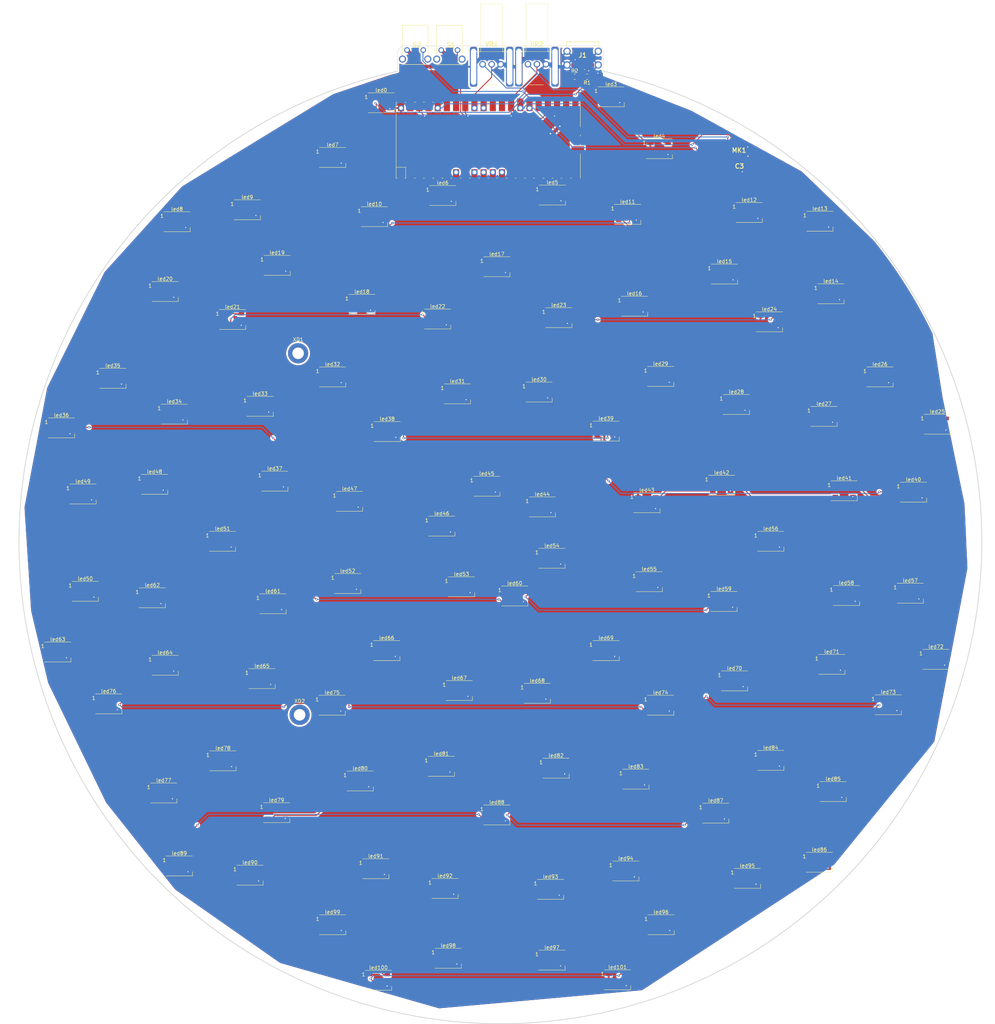
<source format=kicad_pcb>
(kicad_pcb (version 20211014) (generator pcbnew)
  (layers (0 "F.Cu" signal) (31 "B.Cu" signal) (34 "B.Paste" user) (35 "F.Paste" user) (36 "B.SilkS" user "B.Silkscreen") (37 "F.SilkS" user "F.Silkscreen") (38 "B.Mask" user) (39 "F.Mask" user) (44 "Edge.Cuts" user))
  (net 0 "")
  (net 1 "GND")
  (net 2 "5V")
  (net 3 "3V3")
  (net 4 "Net-(J1-PadA5)")
  (net 5 "Net-(J1-PadB5)")
  (net 6 "POT1_ADC")
  (net 7 "POT2_ADC")
  (net 8 "BTN_1")
  (net 9 "BTN_2")
  (net 10 "LED_CLK_1")
  (net 11 "LED_DATA_1")
  (net 23 "PDM_DATA")
  (net 24 "PDM_CLK")
  (net 34 "LINK03")
  (net 35 "LINK05")
  (net 36 "LINK06")
  (net 37 "LINK07")
  (net 38 "LINK08")
  (net 39 "LINK09")
  (net 40 "LINK10")
  (net 41 "LINK11")
  (net 42 "LINK12")
  (net 43 "LINK13")
  (net 44 "LINK14")
  (net 45 "LINK15")
  (net 46 "LINK16")
  (net 47 "LINK17")
  (net 48 "LINK18")
  (net 49 "LINK19")
  (net 50 "LINK20")
  (net 51 "LINK21")
  (net 52 "LINK22")
  (net 53 "LINK23")
  (net 54 "LINK24")
  (net 55 "LINK25")
  (net 56 "LINK26")
  (net 57 "LINK27")
  (net 58 "LINK28")
  (net 59 "LINK29")
  (net 60 "LINK30")
  (net 61 "LINK31")
  (net 62 "LINK32")
  (net 63 "LINK33")
  (net 64 "LINK34")
  (net 65 "LINK35")
  (net 66 "LINK36")
  (net 67 "LINK37")
  (net 68 "LINK38")
  (net 69 "LINK39")
  (net 70 "LINK40")
  (net 71 "LINK41")
  (net 72 "LINK42")
  (net 73 "LINK43")
  (net 74 "LINK44")
  (net 75 "LINK45")
  (net 76 "LINK46")
  (net 77 "LINK47")
  (net 78 "LINK48")
  (net 79 "LINK49")
  (net 80 "LINK50")
  (net 81 "LINK51")
  (net 82 "LINK52")
  (net 83 "LINK53")
  (net 84 "LINK54")
  (net 85 "LINK55")
  (net 86 "LINK56")
  (net 87 "LINK57")
  (net 88 "LINK58")
  (net 89 "LINK59")
  (net 90 "LINK60")
  (net 91 "LINK61")
  (net 92 "LINK62")
  (net 93 "LINK63")
  (net 94 "LINK64")
  (net 95 "LINK65")
  (net 96 "LINK66")
  (net 97 "LINK67")
  (net 98 "LINK68")
  (net 99 "LINK69")
  (net 100 "LINK70")
  (net 101 "LINK71")
  (net 102 "LINK72")
  (net 103 "LINK73")
  (net 104 "LINK74")
  (net 105 "LINK75")
  (net 106 "LINK76")
  (net 107 "LINK77")
  (net 108 "LINK78")
  (net 109 "LINK79")
  (net 110 "LINK80")
  (net 111 "LINK81")
  (net 112 "LINK82")
  (net 113 "LINK83")
  (net 114 "LINK84")
  (net 115 "LINK85")
  (net 116 "LINK86")
  (net 117 "LINK87")
  (net 118 "LINK88")
  (net 119 "LINK89")
  (net 120 "LINK90")
  (net 121 "LINK91")
  (net 122 "LINK92")
  (net 123 "LINK93")
  (net 124 "LINK94")
  (net 125 "LINK95")
  (net 126 "LINK96")
  (net 127 "LINK97")
  (net 128 "LINK98")
  (net 129 "LINK99")
  (net 130 "LINK100")
  (net 140 "LINK04")
  (net 141 "LINK00")
  (net 142 "LINK101")
  (net 143 "LINK102")
  (footprint "LED_WS2812B_PLCC4_5.0x5.0mm_P3.2mm" (layer "F.Cu") (at 117.094 168.275)
    (fp_text reference "led67")
    (fp_text value "LED_WS2812B_PLCC4_5.0x5.0mm_P3.2mm")
  )
  (footprint "LED_WS2812B_PLCC4_5.0x5.0mm_P3.2mm" (layer "F.Cu") (at 249.428 94.615)
    (fp_text reference "led25")
    (fp_text value "LED_WS2812B_PLCC4_5.0x5.0mm_P3.2mm")
  )
  (footprint "LED_WS2812B_PLCC4_5.0x5.0mm_P3.2mm" (layer "F.Cu") (at 66.04 110.363)
    (fp_text reference "led37")
    (fp_text value "LED_WS2812B_PLCC4_5.0x5.0mm_P3.2mm")
  )
  (footprint "LED_WS2812B_PLCC4_5.0x5.0mm_P3.2mm" (layer "F.Cu") (at 51.689 187.706)
    (fp_text reference "led78")
    (fp_text value "LED_WS2812B_PLCC4_5.0x5.0mm_P3.2mm")
  )
  (footprint "LED_WS2812B_PLCC4_5.0x5.0mm_P3.2mm" (layer "F.Cu") (at 235.839 172.212)
    (fp_text reference "led73")
    (fp_text value "LED_WS2812B_PLCC4_5.0x5.0mm_P3.2mm")
  )
  (footprint "LED_WS2812B_PLCC4_5.0x5.0mm_P3.2mm" (layer "F.Cu") (at 216.916 38.481)
    (fp_text reference "led13")
    (fp_text value "LED_WS2812B_PLCC4_5.0x5.0mm_P3.2mm")
  )
  (footprint "LED_WS2812B_PLCC4_5.0x5.0mm_P3.2mm" (layer "F.Cu") (at 157.734 96.52)
    (fp_text reference "led39")
    (fp_text value "LED_WS2812B_PLCC4_5.0x5.0mm_P3.2mm")
  )
  (footprint "LED_WS2812B_PLCC4_5.0x5.0mm_P3.2mm" (layer "F.Cu") (at 116.586 86.233)
    (fp_text reference "led31")
    (fp_text value "LED_WS2812B_PLCC4_5.0x5.0mm_P3.2mm")
  )
  (footprint "LED_WS2812B_PLCC4_5.0x5.0mm_P3.2mm" (layer "F.Cu") (at 66.548 202.057)
    (fp_text reference "led79")
    (fp_text value "LED_WS2812B_PLCC4_5.0x5.0mm_P3.2mm")
  )
  (footprint "LED_WS2812B_PLCC4_5.0x5.0mm_P3.2mm" (layer "F.Cu") (at 51.562 127)
    (fp_text reference "led51")
    (fp_text value "LED_WS2812B_PLCC4_5.0x5.0mm_P3.2mm")
  )
  (footprint "LED_WS2812B_PLCC4_5.0x5.0mm_P3.2mm" (layer "F.Cu") (at 242.824 113.411)
    (fp_text reference "led40")
    (fp_text value "LED_WS2812B_PLCC4_5.0x5.0mm_P3.2mm")
  )
  (footprint "LED_WS2812B_PLCC4_5.0x5.0mm_P3.2mm" (layer "F.Cu") (at 165.989 192.786)
    (fp_text reference "led83")
    (fp_text value "LED_WS2812B_PLCC4_5.0x5.0mm_P3.2mm")
  )
  (footprint "LED_WS2812B_PLCC4_5.0x5.0mm_P3.2mm" (layer "F.Cu") (at 172.847 81.407)
    (fp_text reference "led29")
    (fp_text value "LED_WS2812B_PLCC4_5.0x5.0mm_P3.2mm")
  )
  (footprint "LED_WS2812B_PLCC4_5.0x5.0mm_P3.2mm" (layer "F.Cu") (at 216.789 215.773)
    (fp_text reference "led86")
    (fp_text value "LED_WS2812B_PLCC4_5.0x5.0mm_P3.2mm")
  )
  (footprint "LED_WS2812B_PLCC4_5.0x5.0mm_P3.2mm" (layer "F.Cu") (at 140.081 117.475)
    (fp_text reference "led44")
    (fp_text value "LED_WS2812B_PLCC4_5.0x5.0mm_P3.2mm")
  )
  (footprint "LED_WS2812B_PLCC4_5.0x5.0mm_P3.2mm" (layer "F.Cu") (at 112.522 31.369)
    (fp_text reference "led6")
    (fp_text value "LED_WS2812B_PLCC4_5.0x5.0mm_P3.2mm")
  )
  (footprint "LED_WS2812B_PLCC4_5.0x5.0mm_P3.2mm" (layer "F.Cu") (at 82.042 81.534)
    (fp_text reference "led32")
    (fp_text value "LED_WS2812B_PLCC4_5.0x5.0mm_P3.2mm")
  )
  (footprint "LED_WS2812B_PLCC4_5.0x5.0mm_P3.2mm" (layer "F.Cu") (at 196.85 220.218)
    (fp_text reference "led95")
    (fp_text value "LED_WS2812B_PLCC4_5.0x5.0mm_P3.2mm")
  )
  (footprint "LED_WS2812B_PLCC4_5.0x5.0mm_P3.2mm" (layer "F.Cu") (at 163.703 36.576)
    (fp_text reference "led11")
    (fp_text value "LED_WS2812B_PLCC4_5.0x5.0mm_P3.2mm")
  )
  (footprint "LED_WS2812B_PLCC4_5.0x5.0mm_P3.2mm" (layer "F.Cu") (at 32.766 111.252)
    (fp_text reference "led48")
    (fp_text value "LED_WS2812B_PLCC4_5.0x5.0mm_P3.2mm")
  )
  (footprint "LED_WS2812B_PLCC4_5.0x5.0mm_P3.2mm" (layer "F.Cu") (at 203.327 187.579)
    (fp_text reference "led84")
    (fp_text value "LED_WS2812B_PLCC4_5.0x5.0mm_P3.2mm")
  )
  (footprint "LED_WS2812B_PLCC4_5.0x5.0mm_P3.2mm" (layer "F.Cu") (at 86.233 138.684)
    (fp_text reference "led52")
    (fp_text value "LED_WS2812B_PLCC4_5.0x5.0mm_P3.2mm")
  )
  (footprint "SamacSys_Parts:PTV09A2020FA104" (layer "F.Cu") (at 128.57 -4.94 180)
    (fp_text reference "VR1")
    (fp_text value "PTV09A-2020F-A104" hide)
  )
  (footprint "LED_WS2812B_PLCC4_5.0x5.0mm_P3.2mm" (layer "F.Cu") (at 20.066 171.958)
    (fp_text reference "led76")
    (fp_text value "LED_WS2812B_PLCC4_5.0x5.0mm_P3.2mm")
  )
  (footprint "LED_WS2812B_PLCC4_5.0x5.0mm_P3.2mm" (layer "F.Cu") (at 54.356 65.659)
    (fp_text reference "led21")
    (fp_text value "LED_WS2812B_PLCC4_5.0x5.0mm_P3.2mm")
  )
  (footprint "LED_WS2812B_PLCC4_5.0x5.0mm_P3.2mm" (layer "F.Cu") (at 62.484 164.973)
    (fp_text reference "led65")
    (fp_text value "LED_WS2812B_PLCC4_5.0x5.0mm_P3.2mm")
  )
  (footprint "LED_WS2812B_PLCC4_5.0x5.0mm_P3.2mm" (layer "F.Cu") (at 124.714 111.76)
    (fp_text reference "led45")
    (fp_text value "LED_WS2812B_PLCC4_5.0x5.0mm_P3.2mm")
  )
  (footprint "LED_WS2812B_PLCC4_5.0x5.0mm_P3.2mm" (layer "F.Cu") (at 172.466 18.415)
    (fp_text reference "led4")
    (fp_text value "LED_WS2812B_PLCC4_5.0x5.0mm_P3.2mm")
  )
  (footprint "LED_WS2812B_PLCC4_5.0x5.0mm_P3.2mm" (layer "F.Cu") (at 190.5 53.086)
    (fp_text reference "led15")
    (fp_text value "LED_WS2812B_PLCC4_5.0x5.0mm_P3.2mm")
  )
  (footprint "Resistor_SMD:R_0805_2012Metric" (layer "F.Cu") (at 152.5 -1.47 180)
    (fp_text reference "R1")
    (fp_text value "R_US")
  )
  (footprint "LED_WS2812B_PLCC4_5.0x5.0mm_P3.2mm" (layer "F.Cu") (at 59.182 219.329)
    (fp_text reference "led90")
    (fp_text value "LED_WS2812B_PLCC4_5.0x5.0mm_P3.2mm")
  )
  (footprint "LED_WS2812B_PLCC4_5.0x5.0mm_P3.2mm" (layer "F.Cu") (at 97.155 96.647)
    (fp_text reference "led38")
    (fp_text value "LED_WS2812B_PLCC4_5.0x5.0mm_P3.2mm")
  )
  (footprint "LED_WS2812B_PLCC4_5.0x5.0mm_P3.2mm" (layer "F.Cu") (at 249.047 159.639)
    (fp_text reference "led72")
    (fp_text value "LED_WS2812B_PLCC4_5.0x5.0mm_P3.2mm")
  )
  (footprint "LED_WS2812B_PLCC4_5.0x5.0mm_P3.2mm" (layer "F.Cu") (at 219.964 58.547)
    (fp_text reference "led14")
    (fp_text value "LED_WS2812B_PLCC4_5.0x5.0mm_P3.2mm")
  )
  (footprint "LED_WS2812B_PLCC4_5.0x5.0mm_P3.2mm" (layer "F.Cu") (at 220.599 196.215)
    (fp_text reference "led85")
    (fp_text value "LED_WS2812B_PLCC4_5.0x5.0mm_P3.2mm")
  )
  (footprint "LED_WS2812B_PLCC4_5.0x5.0mm_P3.2mm" (layer "F.Cu") (at 13.589 140.843)
    (fp_text reference "led50")
    (fp_text value "LED_WS2812B_PLCC4_5.0x5.0mm_P3.2mm")
  )
  (footprint "LED_WS2812B_PLCC4_5.0x5.0mm_P3.2mm" (layer "F.Cu") (at 38.227 91.821)
    (fp_text reference "led34")
    (fp_text value "LED_WS2812B_PLCC4_5.0x5.0mm_P3.2mm")
  )
  (footprint "LED_WS2812B_PLCC4_5.0x5.0mm_P3.2mm" (layer "F.Cu") (at 142.875 31.242)
    (fp_text reference "led5")
    (fp_text value "LED_WS2812B_PLCC4_5.0x5.0mm_P3.2mm")
  )
  (footprint "LED_WS2812B_PLCC4_5.0x5.0mm_P3.2mm" (layer "F.Cu") (at 165.608 61.976)
    (fp_text reference "led16")
    (fp_text value "LED_WS2812B_PLCC4_5.0x5.0mm_P3.2mm")
  )
  (footprint "LED_WS2812B_PLCC4_5.0x5.0mm_P3.2mm" (layer "F.Cu") (at 61.976 89.662)
    (fp_text reference "led33")
    (fp_text value "LED_WS2812B_PLCC4_5.0x5.0mm_P3.2mm")
  )
  (footprint "LED_WS2812B_PLCC4_5.0x5.0mm_P3.2mm" (layer "F.Cu") (at 203.327 127)
    (fp_text reference "led56")
    (fp_text value "LED_WS2812B_PLCC4_5.0x5.0mm_P3.2mm")
  )
  (footprint "LED_WS2812B_PLCC4_5.0x5.0mm_P3.2mm" (layer "F.Cu") (at 218.059 92.456)
    (fp_text reference "led27")
    (fp_text value "LED_WS2812B_PLCC4_5.0x5.0mm_P3.2mm")
  )
  (footprint "LED_WS2812B_PLCC4_5.0x5.0mm_P3.2mm" (layer "F.Cu") (at 94.742 248.412)
    (fp_text reference "led100")
    (fp_text value "LED_WS2812B_PLCC4_5.0x5.0mm_P3.2mm")
  )
  (footprint "MountingHole:MountingHole_3.2mm_M3_DIN965_Pad" (layer "F.Cu") (at 72.92 175)
    (fp_text reference "XD2")
    (fp_text value "MountingHole_3.2mm_M3_DIN965_Pad")
  )
  (footprint "LED_WS2812B_PLCC4_5.0x5.0mm_P3.2mm" (layer "F.Cu") (at 82.042 20.828)
    (fp_text reference "led7")
    (fp_text value "LED_WS2812B_PLCC4_5.0x5.0mm_P3.2mm")
  )
  (footprint "LED_WS2812B_PLCC4_5.0x5.0mm_P3.2mm" (layer "F.Cu") (at 95.504 5.715)
    (fp_text reference "led0")
    (fp_text value "LED_WS2812B_PLCC4_5.0x5.0mm_P3.2mm")
  )
  (footprint "LED_WS2812B_PLCC4_5.0x5.0mm_P3.2mm" (layer "F.Cu") (at 38.989 38.608)
    (fp_text reference "led8")
    (fp_text value "LED_WS2812B_PLCC4_5.0x5.0mm_P3.2mm")
  )
  (footprint "LED_WS2812B_PLCC4_5.0x5.0mm_P3.2mm" (layer "F.Cu") (at 197.358 36.068)
    (fp_text reference "led12")
    (fp_text value "LED_WS2812B_PLCC4_5.0x5.0mm_P3.2mm")
  )
  (footprint "LED_WS2812B_PLCC4_5.0x5.0mm_P3.2mm" (layer "F.Cu") (at 172.974 233.045)
    (fp_text reference "led96")
    (fp_text value "LED_WS2812B_PLCC4_5.0x5.0mm_P3.2mm")
  )
  (footprint "LED_WS2812B_PLCC4_5.0x5.0mm_P3.2mm" (layer "F.Cu") (at 142.748 242.824)
    (fp_text reference "led97")
    (fp_text value "LED_WS2812B_PLCC4_5.0x5.0mm_P3.2mm")
  )
  (footprint "LED_WS2812B_PLCC4_5.0x5.0mm_P3.2mm" (layer "F.Cu") (at 112.268 122.809)
    (fp_text reference "led46")
    (fp_text value "LED_WS2812B_PLCC4_5.0x5.0mm_P3.2mm")
  )
  (footprint "LED_WS2812B_PLCC4_5.0x5.0mm_P3.2mm" (layer "F.Cu") (at 6.985 95.631)
    (fp_text reference "led36")
    (fp_text value "LED_WS2812B_PLCC4_5.0x5.0mm_P3.2mm")
  )
  (footprint "LED_WS2812B_PLCC4_5.0x5.0mm_P3.2mm" (layer "F.Cu") (at 132.461 142.113)
    (fp_text reference "led60")
    (fp_text value "LED_WS2812B_PLCC4_5.0x5.0mm_P3.2mm")
  )
  (footprint "LED_WS2812B_PLCC4_5.0x5.0mm_P3.2mm" (layer "F.Cu") (at 86.741 115.951)
    (fp_text reference "led47")
    (fp_text value "LED_WS2812B_PLCC4_5.0x5.0mm_P3.2mm")
  )
  (footprint "SamacSys_Parts:118250277" (layer "F.Cu") (at 116.63 -8.85 180)
    (fp_text reference "S1")
    (fp_text value "1-1825027-7" hide)
  )
  (footprint "LED_WS2812B_PLCC4_5.0x5.0mm_P3.2mm" (layer "F.Cu") (at 82.042 233.045)
    (fp_text reference "led99")
    (fp_text value "LED_WS2812B_PLCC4_5.0x5.0mm_P3.2mm")
  )
  (footprint "LED_WS2812B_PLCC4_5.0x5.0mm_P3.2mm" (layer "F.Cu") (at 89.662 193.294)
    (fp_text reference "led80")
    (fp_text value "LED_WS2812B_PLCC4_5.0x5.0mm_P3.2mm")
  )
  (footprint "LED_WS2812B_PLCC4_5.0x5.0mm_P3.2mm" (layer "F.Cu") (at 233.553 81.534)
    (fp_text reference "led26")
    (fp_text value "LED_WS2812B_PLCC4_5.0x5.0mm_P3.2mm")
  )
  (footprint "LED_WS2812B_PLCC4_5.0x5.0mm_P3.2mm" (layer "F.Cu") (at 142.748 131.699)
    (fp_text reference "led54")
    (fp_text value "LED_WS2812B_PLCC4_5.0x5.0mm_P3.2mm")
  )
  (footprint "LED_WS2812B_PLCC4_5.0x5.0mm_P3.2mm" (layer "F.Cu") (at 220.218 161.036)
    (fp_text reference "led71")
    (fp_text value "LED_WS2812B_PLCC4_5.0x5.0mm_P3.2mm")
  )
  (footprint "LED_WS2812B_PLCC4_5.0x5.0mm_P3.2mm" (layer "F.Cu") (at 21.209 81.915)
    (fp_text reference "led35")
    (fp_text value "LED_WS2812B_PLCC4_5.0x5.0mm_P3.2mm")
  )
  (footprint "LED_WS2812B_PLCC4_5.0x5.0mm_P3.2mm" (layer "F.Cu") (at 139.192 85.725)
    (fp_text reference "led30")
    (fp_text value "LED_WS2812B_PLCC4_5.0x5.0mm_P3.2mm")
  )
  (footprint "SamacSys_Parts:USB4125GFA0190" (layer "F.Cu") (at 151.26 -7.7425 180)
    (fp_text reference "J1")
    (fp_text value "USB4125-GF-A-0190" hide)
  )
  (footprint "LED_WS2812B_PLCC4_5.0x5.0mm_P3.2mm" (layer "F.Cu") (at 190.373 143.637)
    (fp_text reference "led59")
    (fp_text value "LED_WS2812B_PLCC4_5.0x5.0mm_P3.2mm")
  )
  (footprint "SamacSys_Parts:PTV09A2020FA104" (layer "F.Cu") (at 141.11 -4.96 180)
    (fp_text reference "VR2")
    (fp_text value "PTV09A-2020F-A104" hide)
  )
  (footprint "LED_WS2812B_PLCC4_5.0x5.0mm_P3.2mm" (layer "F.Cu") (at 143.891 189.738)
    (fp_text reference "led82")
    (fp_text value "LED_WS2812B_PLCC4_5.0x5.0mm_P3.2mm")
  )
  (footprint "LED_WS2812B_PLCC4_5.0x5.0mm_P3.2mm" (layer "F.Cu") (at 169.037 116.332)
    (fp_text reference "led43")
    (fp_text value "LED_WS2812B_PLCC4_5.0x5.0mm_P3.2mm")
  )
  (footprint "LED_WS2812B_PLCC4_5.0x5.0mm_P3.2mm" (layer "F.Cu") (at 113.157 223.012)
    (fp_text reference "led92")
    (fp_text value "LED_WS2812B_PLCC4_5.0x5.0mm_P3.2mm")
  )
  (footprint "LED_WS2812B_PLCC4_5.0x5.0mm_P3.2mm" (layer "F.Cu") (at 35.687 57.912)
    (fp_text reference "led20")
    (fp_text value "LED_WS2812B_PLCC4_5.0x5.0mm_P3.2mm")
  )
  (footprint "LED_WS2812B_PLCC4_5.0x5.0mm_P3.2mm" (layer "F.Cu") (at 127.508 51.054)
    (fp_text reference "led17")
    (fp_text value "LED_WS2812B_PLCC4_5.0x5.0mm_P3.2mm")
  )
  (footprint "LED_WS2812B_PLCC4_5.0x5.0mm_P3.2mm" (layer "F.Cu") (at 112.141 189.23)
    (fp_text reference "led81")
    (fp_text value "LED_WS2812B_PLCC4_5.0x5.0mm_P3.2mm")
  )
  (footprint "LED_WS2812B_PLCC4_5.0x5.0mm_P3.2mm" (layer "F.Cu") (at 138.684 169.037)
    (fp_text reference "led68")
    (fp_text value "LED_WS2812B_PLCC4_5.0x5.0mm_P3.2mm")
  )
  (footprint "LED_WS2812B_PLCC4_5.0x5.0mm_P3.2mm" (layer "F.Cu") (at 39.624 216.789)
    (fp_text reference "led89")
    (fp_text value "LED_WS2812B_PLCC4_5.0x5.0mm_P3.2mm")
  )
  (footprint "LED_WS2812B_PLCC4_5.0x5.0mm_P3.2mm" (layer "F.Cu") (at 169.672 138.176)
    (fp_text reference "led55")
    (fp_text value "LED_WS2812B_PLCC4_5.0x5.0mm_P3.2mm")
  )
  (footprint "LED_WS2812B_PLCC4_5.0x5.0mm_P3.2mm" (layer "F.Cu") (at 117.729 139.573)
    (fp_text reference "led53")
    (fp_text value "LED_WS2812B_PLCC4_5.0x5.0mm_P3.2mm")
  )
  (footprint "SamacSys_Parts:RPi_Pico_SMD_TH_removes2" (layer "F.Cu") (at 125.12 16.06 90)
    (fp_text reference "U1" hide)
    (fp_text value "Pico")
  )
  (footprint "LED_WS2812B_PLCC4_5.0x5.0mm_P3.2mm" (layer "F.Cu") (at 111.125 65.532)
    (fp_text reference "led22")
    (fp_text value "LED_WS2812B_PLCC4_5.0x5.0mm_P3.2mm")
  )
  (footprint "LED_WS2812B_PLCC4_5.0x5.0mm_P3.2mm" (layer "F.Cu") (at 65.532 144.272)
    (fp_text reference "led61")
    (fp_text value "LED_WS2812B_PLCC4_5.0x5.0mm_P3.2mm")
  )
  (footprint "LED_WS2812B_PLCC4_5.0x5.0mm_P3.2mm" (layer "F.Cu") (at 189.738 111.506)
    (fp_text reference "led42")
    (fp_text value "LED_WS2812B_PLCC4_5.0x5.0mm_P3.2mm")
  )
  (footprint "LED_WS2812B_PLCC4_5.0x5.0mm_P3.2mm" (layer "F.Cu") (at 157.734 157.226)
    (fp_text reference "led69")
    (fp_text value "LED_WS2812B_PLCC4_5.0x5.0mm_P3.2mm")
  )
  (footprint "LED_WS2812B_PLCC4_5.0x5.0mm_P3.2mm" (layer "F.Cu") (at 81.915 172.339)
    (fp_text reference "led75")
    (fp_text value "LED_WS2812B_PLCC4_5.0x5.0mm_P3.2mm")
  )
  (footprint "LED_WS2812B_PLCC4_5.0x5.0mm_P3.2mm" (layer "F.Cu") (at 202.946 66.294)
    (fp_text reference "led24")
    (fp_text value "LED_WS2812B_PLCC4_5.0x5.0mm_P3.2mm")
  )
  (footprint "LED_WS2812B_PLCC4_5.0x5.0mm_P3.2mm" (layer "F.Cu") (at 193.294 165.608)
    (fp_text reference "led70")
    (fp_text value "LED_WS2812B_PLCC4_5.0x5.0mm_P3.2mm")
  )
  (footprint "LED_WS2812B_PLCC4_5.0x5.0mm_P3.2mm" (layer "F.Cu") (at 58.42 35.306)
    (fp_text reference "led9")
    (fp_text value "LED_WS2812B_PLCC4_5.0x5.0mm_P3.2mm")
  )
  (footprint "LED_WS2812B_PLCC4_5.0x5.0mm_P3.2mm" (layer "F.Cu") (at 172.847 172.339)
    (fp_text reference "led74")
    (fp_text value "LED_WS2812B_PLCC4_5.0x5.0mm_P3.2mm")
  )
  (footprint "LED_WS2812B_PLCC4_5.0x5.0mm_P3.2mm" (layer "F.Cu") (at 224.282 141.986)
    (fp_text reference "led58")
    (fp_text value "LED_WS2812B_PLCC4_5.0x5.0mm_P3.2mm")
  )
  (footprint "LED_WS2812B_PLCC4_5.0x5.0mm_P3.2mm" (layer "F.Cu") (at 93.98 217.551)
    (fp_text reference "led91")
    (fp_text value "LED_WS2812B_PLCC4_5.0x5.0mm_P3.2mm")
  )
  (footprint "LED_WS2812B_PLCC4_5.0x5.0mm_P3.2mm" (layer "F.Cu") (at 97.028 157.226)
    (fp_text reference "led66")
    (fp_text value "LED_WS2812B_PLCC4_5.0x5.0mm_P3.2mm")
  )
  (footprint "LED_WS2812B_PLCC4_5.0x5.0mm_P3.2mm" (layer "F.Cu") (at 5.969 157.607)
    (fp_text reference "led63")
    (fp_text value "LED_WS2812B_PLCC4_5.0x5.0mm_P3.2mm")
  )
  (footprint "LED_WS2812B_PLCC4_5.0x5.0mm_P3.2mm" (layer "F.Cu") (at 12.954 113.919)
    (fp_text reference "led49")
    (fp_text value "LED_WS2812B_PLCC4_5.0x5.0mm_P3.2mm")
  )
  (footprint "LED_WS2812B_PLCC4_5.0x5.0mm_P3.2mm" (layer "F.Cu") (at 114.046 242.316)
    (fp_text reference "led98")
    (fp_text value "LED_WS2812B_PLCC4_5.0x5.0mm_P3.2mm")
  )
  (footprint "LED_WS2812B_PLCC4_5.0x5.0mm_P3.2mm" (layer "F.Cu") (at 127.508 202.692)
    (fp_text reference "led88")
    (fp_text value "LED_WS2812B_PLCC4_5.0x5.0mm_P3.2mm")
  )
  (footprint "SamacSys_Parts:118250277" (layer "F.Cu") (at 107.15 -8.87 180)
    (fp_text reference "S2")
    (fp_text value "1-1825027-7" hide)
  )
  (footprint "LED_WS2812B_PLCC4_5.0x5.0mm_P3.2mm" (layer "F.Cu") (at 32.131 142.621)
    (fp_text reference "led62")
    (fp_text value "LED_WS2812B_PLCC4_5.0x5.0mm_P3.2mm")
  )
  (footprint "LED_WS2812B_PLCC4_5.0x5.0mm_P3.2mm" (layer "F.Cu") (at 188.087 202.184)
    (fp_text reference "led87")
    (fp_text value "LED_WS2812B_PLCC4_5.0x5.0mm_P3.2mm")
  )
  (footprint "LED_WS2812B_PLCC4_5.0x5.0mm_P3.2mm" (layer "F.Cu") (at 35.306 196.596)
    (fp_text reference "led77")
    (fp_text value "LED_WS2812B_PLCC4_5.0x5.0mm_P3.2mm")
  )
  (footprint "LED_WS2812B_PLCC4_5.0x5.0mm_P3.2mm" (layer "F.Cu") (at 160.909 248.285)
    (fp_text reference "led101")
    (fp_text value "LED_WS2812B_PLCC4_5.0x5.0mm_P3.2mm")
  )
  (footprint "LED_WS2812B_PLCC4_5.0x5.0mm_P3.2mm" (layer "F.Cu") (at 144.653 65.151)
    (fp_text reference "led23")
    (fp_text value "LED_WS2812B_PLCC4_5.0x5.0mm_P3.2mm")
  )
  (footprint "LED_WS2812B_PLCC4_5.0x5.0mm_P3.2mm" (layer "F.Cu") (at 193.802 89.154)
    (fp_text reference "led28")
    (fp_text value "LED_WS2812B_PLCC4_5.0x5.0mm_P3.2mm")
  )
  (footprint "MountingHole:MountingHole_3.2mm_M3_DIN965_Pad" (layer "F.Cu") (at 72.5 75)
    (fp_text reference "XD1")
    (fp_text value "MountingHole_3.2mm_M3_DIN965_Pad")
  )
  (footprint "LED_WS2812B_PLCC4_5.0x5.0mm_P3.2mm" (layer "F.Cu") (at 223.647 113.03)
    (fp_text reference "led41")
    (fp_text value "LED_WS2812B_PLCC4_5.0x5.0mm_P3.2mm")
  )
  (footprint "Resistor_SMD:R_0805_2012Metric" (layer "F.Cu") (at 149.06 -1.47)
    (fp_text reference "R2")
    (fp_text value "R_US")
  )
  (footprint "LED_WS2812B_PLCC4_5.0x5.0mm_P3.2mm" (layer "F.Cu") (at 66.675 50.673)
    (fp_text reference "led19")
    (fp_text value "LED_WS2812B_PLCC4_5.0x5.0mm_P3.2mm")
  )
  (footprint "SamacSys_Parts:CMM4737DT26186TR" (layer "F.Cu") (at 194.56 18.86 180)
    (fp_text reference "MK1")
    (fp_text value "CMM-4737DT-26186-TR" hide)
  )
  (footprint "LED_WS2812B_PLCC4_5.0x5.0mm_P3.2mm" (layer "F.Cu") (at 142.367 223.266)
    (fp_text reference "led93")
    (fp_text value "LED_WS2812B_PLCC4_5.0x5.0mm_P3.2mm")
  )
  (footprint "LED_WS2812B_PLCC4_5.0x5.0mm_P3.2mm" (layer "F.Cu") (at 93.599 37.211)
    (fp_text reference "led10")
    (fp_text value "LED_WS2812B_PLCC4_5.0x5.0mm_P3.2mm")
  )
  (footprint "LED_WS2812B_PLCC4_5.0x5.0mm_P3.2mm" (layer "F.Cu") (at 163.195 218.186)
    (fp_text reference "led94")
    (fp_text value "LED_WS2812B_PLCC4_5.0x5.0mm_P3.2mm")
  )
  (footprint "LED_WS2812B_PLCC4_5.0x5.0mm_P3.2mm" (layer "F.Cu") (at 241.935 141.351)
    (fp_text reference "led57")
    (fp_text value "LED_WS2812B_PLCC4_5.0x5.0mm_P3.2mm")
  )
  (footprint "LED_WS2812B_PLCC4_5.0x5.0mm_P3.2mm" (layer "F.Cu") (at 35.687 161.29)
    (fp_text reference "led64")
    (fp_text value "LED_WS2812B_PLCC4_5.0x5.0mm_P3.2mm")
  )
  (footprint "LED_WS2812B_PLCC4_5.0x5.0mm_P3.2mm" (layer "F.Cu") (at 90.17 61.468)
    (fp_text reference "led18")
    (fp_text value "LED_WS2812B_PLCC4_5.0x5.0mm_P3.2mm")
  )
  (footprint "LED_WS2812B_PLCC4_5.0x5.0mm_P3.2mm" (layer "F.Cu") (at 159.131 4.064)
    (fp_text reference "led3")
    (fp_text value "LED_WS2812B_PLCC4_5.0x5.0mm_P3.2mm")
  )
  (footprint "SamacSys_Parts:CAPC2012X88N" (layer "F.Cu") (at 194.66 23.26)
    (fp_text reference "C3")
    (fp_text value "C0805C104M5RAC" hide)
  )
  (gr_arc (start 100 -8) (mid 100.585786 -9.414214) (end 102 -10) (layer "Edge.Cuts") (width 0.1))
  (gr_line (start 157 -8) (end 157 -3) (layer "Edge.Cuts") (width 0.1))
  (gr_arc (start 157 -3) (mid 128.5 260.417411) (end 100 -3) (layer "Edge.Cuts") (width 0.2))
  (gr_arc (start 155 -10) (mid 156.414214 -9.414214) (end 157 -8) (layer "Edge.Cuts") (width 0.1))
  (gr_line (start 100 -3) (end 100 -8) (layer "Edge.Cuts") (width 0.1))
  (gr_line (start 102 -10) (end 155 -10) (layer "Edge.Cuts") (width 0.1))
  (segment (start 113.525 67.132) (end 113.575 67.132) (width 0.25) (layer "F.Cu") (net 1))
  (segment (start 22.466 173.558) (end 22.516 173.558) (width 0.25) (layer "F.Cu") (net 1))
  (segment (start 96.38 219.151) (end 96.43 219.151) (width 0.25) (layer "F.Cu") (net 1))
  (segment (start 115.557 224.612) (end 115.607 224.612) (width 0.25) (layer "F.Cu") (net 1))
  (segment (start 175.374 234.645) (end 175.424 234.645) (width 0.25) (layer "F.Cu") (net 1))
  (segment (start 192.138 113.106) (end 192.188 113.106) (width 0.25) (layer "F.Cu") (net 1))
  (segment (start 141.084 170.637) (end 141.134 170.637) (width 0.25) (layer "F.Cu") (net 1))
  (segment (start 143.4878 9.3647) (end 144.17 8.6825) (width 0.25) (layer "F.Cu") (net 1))
  (segment (start 60.82 36.906) (end 60.87 36.906) (width 0.25) (layer "F.Cu") (net 1))
  (segment (start 92.57 63.068) (end 92.62 63.068) (width 0.25) (layer "F.Cu") (net 1))
  (segment (start 196.95 17.9534) (end 195.73 17.9534) (width 0.25) (layer "F.Cu") (net 1))
  (segment (start 84.442 83.134) (end 84.492 83.134) (width 0.25) (layer "F.Cu") (net 1))
  (segment (start 195.46 24.7669) (end 195.46 23.26) (width 0.25) (layer "F.Cu") (net 1))
  (segment (start 127.114 113.36) (end 127.164 113.36) (width 0.25) (layer "F.Cu") (net 1))
  (segment (start 195.44 24.7869) (end 195.46 24.7669) (width 0.25) (layer "F.Cu") (net 1))
  (segment (start 131.47 9.3337) (end 131.47 7.17) (width 0.25) (layer "F.Cu") (net 1))
  (segment (start 56.756 67.259) (end 56.806 67.259) (width 0.25) (layer "F.Cu") (net 1))
  (segment (start 64.376 91.262) (end 64.426 91.262) (width 0.25) (layer "F.Cu") (net 1))
  (segment (start 114.668 124.409) (end 114.718 124.409) (width 0.25) (layer "F.Cu") (net 1))
  (segment (start 54.089 189.306) (end 54.139 189.306) (width 0.25) (layer "F.Cu") (net 1))
  (segment (start 107.24 -4.28) (end 114.06 -4.28) (width 1) (layer "F.Cu") (net 1))
  (segment (start 61.582 220.929) (end 61.632 220.929) (width 0.25) (layer "F.Cu") (net 1))
  (segment (start 174.866 20.015) (end 174.916 20.015) (width 0.25) (layer "F.Cu") (net 1))
  (segment (start 147.053 66.751) (end 147.103 66.751) (width 0.25) (layer "F.Cu") (net 1))
  (segment (start 154.01 -4.6625) (end 154.01 -3.7372) (width 0.25) (layer "F.Cu") (net 1))
  (segment (start 34.531 144.221) (end 34.581 144.221) (width 0.25) (layer "F.Cu") (net 1))
  (segment (start 146.291 191.338) (end 146.341 191.338) (width 0.25) (layer "F.Cu") (net 1))
  (segment (start 89.141 117.551) (end 89.191 117.551) (width 0.25) (layer "F.Cu") (net 1))
  (segment (start 92.062 194.894) (end 92.112 194.894) (width 0.25) (layer "F.Cu") (net 1))
  (segment (start 23.609 83.515) (end 23.659 83.515) (width 0.25) (layer "F.Cu") (net 1))
  (segment (start 175.247 83.007) (end 175.297 83.007) (width 0.25) (layer "F.Cu") (net 1))
  (segment (start 15.354 115.519) (end 15.404 115.519) (width 0.25) (layer "F.Cu") (net 1))
  (segment (start 161.531 5.664) (end 161.581 5.664) (width 0.25) (layer "F.Cu") (net 1))
  (segment (start 84.315 173.939) (end 84.365 173.939) (width 0.25) (layer "F.Cu") (net 1))
  (segment (start 84.442 22.428) (end 84.492 22.428) (width 0.25) (layer "F.Cu") (net 1))
  (segment (start 148.51 -4.6625) (end 148.51 -5.5878) (width 0.25) (layer "F.Cu") (net 1))
  (segment (start 251.447 161.239) (end 251.497 161.239) (width 0.25) (layer "F.Cu") (net 1))
  (segment (start 139.51 -6.56) (end 135.45 -6.56) (width 1) (layer "F.Cu") (net 1))
  (segment (start 155.4746 -2.4619) (end 154.1993 -3.7372) (width 0.25) (layer "F.Cu") (net 1))
  (segment (start 114.06 -4.28) (end 114.06 -6.92) (width 1) (layer "F.Cu") (net 1))
  (segment (start 195.73 18.86) (end 195.73 17.9534) (width 0.25) (layer "F.Cu") (net 1))
  (segment (start 114.922 32.969) (end 114.972 32.969) (width 0.25) (layer "F.Cu") (net 1))
  (segment (start 168.008 63.576) (end 168.058 63.576) (width 0.25) (layer "F.Cu") (net 1))
  (segment (start 238.239 173.812) (end 238.289 173.812) (width 0.25) (layer "F.Cu") (net 1))
  (segment (start 226.047 114.63) (end 226.097 114.63) (width 0.25) (layer "F.Cu") (net 1))
  (segment (start 119.5142 9.3647) (end 118.77 8.6205) (width 0.25) (layer "F.Cu") (net 1))
  (segment (start 84.442 234.645) (end 84.492 234.645) (width 0.25) (layer "F.Cu") (net 1))
  (segment (start 152.965 -3.1168) (end 153.4125 -2.6693) (width 0.25) (layer "F.Cu") (net 1))
  (segment (start 35.166 112.852) (end 35.216 112.852) (width 0.25) (layer "F.Cu") (net 1))
  (segment (start 9.385 97.231) (end 9.435 97.231) (width 0.25) (layer "F.Cu") (net 1))
  (segment (start 134.129998 -6.46) (end 133.61 -5.940002) (width 1) (layer "F.Cu") (net 1))
  (segment (start 88.633 140.284) (end 88.683 140.284) (width 0.25) (layer "F.Cu") (net 1))
  (segment (start 245.224 115.011) (end 245.274 115.011) (width 0.25) (layer "F.Cu") (net 1))
  (segment (start 192.9 54.686) (end 192.95 54.686) (width 0.25) (layer "F.Cu") (net 1))
  (segment (start 118.986 87.833) (end 119.036 87.833) (width 0.25) (layer "F.Cu") (net 1))
  (segment (start 116.446 243.916) (end 116.496 243.916) (width 0.25) (layer "F.Cu") (net 1))
  (segment (start 102.65 -8.87) (end 107.24 -4.28) (width 1) (layer "F.Cu") (net 1))
  (segment (start 97.142 250.012) (end 97.192 250.012) (width 0.25) (layer "F.Cu") (net 1))
  (segment (start 195.73 17.9534) (end 195.73 17.21) (width 0.25) (layer "F.Cu") (net 1))
  (segment (start 118.77 8.6205) (end 118.77 7.17) (width 0.25) (layer "F.Cu") (net 1))
  (segment (start 41.389 40.208) (end 41.439 40.208) (width 0.25) (layer "F.Cu") (net 1))
  (segment (start 99.555 98.247) (end 99.605 98.247) (width 0.25) (layer "F.Cu") (net 1))
  (segment (start 68.44 111.963) (end 68.49 111.963) (width 0.25) (layer "F.Cu") (net 1))
  (segment (start 141.592 87.325) (end 141.642 87.325) (width 0.25) (layer "F.Cu") (net 1))
  (segment (start 15.989 142.443) (end 16.039 142.443) (width 0.25) (layer "F.Cu") (net 1))
  (segment (start 168.389 194.386) (end 168.439 194.386) (width 0.25) (layer "F.Cu") (net 1))
  (segment (start 190.487 203.784) (end 190.537 203.784) (width 0.25) (layer "F.Cu") (net 1))
  (segment (start 199.25 221.818) (end 199.3 221.818) (width 0.25) (layer "F.Cu") (net 1))
  (segment (start 165.595 219.786) (end 165.645 219.786) (width 0.25) (layer "F.Cu") (net 1))
  (segment (start 149.1964 -3.1168) (end 148.1475 -2.0679) (width 0.25) (layer "F.Cu") (net 1))
  (segment (start 69.075 52.273) (end 69.125 52.273) (width 0.25) (layer "F.Cu") (net 1))
  (segment (start 244.335 142.951) (end 244.385 142.951) (width 0.25) (layer "F.Cu") (net 1))
  (segment (start 114.541 190.83) (end 114.591 190.83) (width 0.25) (layer "F.Cu") (net 1))
  (segment (start 42.024 218.389) (end 42.074 218.389) (width 0.25) (layer "F.Cu") (net 1))
  (segment (start 149.1964 -6.1983) (end 148.5859 -5.5878) (width 0.25) (layer "F.Cu") (net 1))
  (segment (start 205.727 189.179) (end 205.777 189.179) (width 0.25) (layer "F.Cu") (net 1))
  (segment (start 37.706 198.196) (end 37.756 198.196) (width 0.25) (layer "F.Cu") (net 1))
  (segment (start 68.948 203.657) (end 68.998 203.657) (width 0.25) (layer "F.Cu") (net 1))
  (segment (start 53.962 128.6) (end 54.012 128.6) (width 0.25) (layer "F.Cu") (net 1))
  (segment (start 106.508 8.3453) (end 106.07 8.3453) (width 0.25) (layer "F.Cu") (net 1))
  (segment (start 135.35 -6.46) (end 134.129998 -6.46) (width 1) (layer "F.Cu") (net 1))
  (segment (start 120.129 141.173) (end 120.179 141.173) (width 0.25) (layer "F.Cu") (net 1))
  (segment (start 145.148 133.299) (end 145.198 133.299) (width 0.25) (layer "F.Cu") (net 1))
  (segment (start 148.1475 -2.0679) (end 148.1475 -1.47) (width 0.25) (layer "F.Cu") (net 1))
  (segment (start 8.369 159.207) (end 8.419 159.207) (width 0.25) (layer "F.Cu") (net 1))
  (segment (start 199.758 37.668) (end 199.808 37.668) (width 0.25) (layer "F.Cu") (net 1))
  (segment (start 222.364 60.147) (end 222.414 60.147) (width 0.25) (layer "F.Cu") (net 1))
  (segment (start 220.459 94.056) (end 220.509 94.056) (width 0.25) (layer "F.Cu") (net 1))
  (segment (start 195.73 20.51) (end 195.73 18.86) (width 0.25) (layer "F.Cu") (net 1))
  (segment (start 226.682 143.586) (end 226.732 143.586) (width 0.25) (layer "F.Cu") (net 1))
  (segment (start 134.861 143.713) (end 134.911 143.713) (width 0.25) (layer "F.Cu") (net 1))
  (segment (start 131.501 9.3647) (end 131.47 9.3337) (width 0.25) (layer "F.Cu") (net 1))
  (segment (start 144.17 8.6825) (end 144.17 7.17) (width 0.25) (layer "F.Cu") (net 1))
  (segment (start 196.202 90.754) (end 196.252 90.754) (width 0.25) (layer "F.Cu") (net 1))
  (segment (start 192.773 145.237) (end 192.823 145.237) (width 0.25) (layer "F.Cu") (net 1))
  (segment (start 160.134 98.12) (end 160.184 98.12) (width 0.25) (layer "F.Cu") (net 1))
  (segment (start 107.5274 9.3647) (end 106.508 8.3453) (width 0.25) (layer "F.Cu") (net 1))
  (segment (start 40.627 93.421) (end 40.677 93.421) (width 0.25) (layer "F.Cu") (net 1))
  (segment (start 163.309 249.885) (end 163.359 249.885) (width 0.25) (layer "F.Cu") (net 1))
  (segment (start 129.908 204.292) (end 129.958 204.292) (width 0.25) (layer "F.Cu") (net 1))
  (segment (start 222.618 162.636) (end 222.668 162.636) (width 0.25) (layer "F.Cu") (net 1))
  (segment (start 38.087 59.512) (end 38.137 59.512) (width 0.25) (layer "F.Cu") (net 1))
  (segment (start 142.481 119.075) (end 142.531 119.075) (width 0.25) (layer "F.Cu") (net 1))
  (segment (start 205.727 128.6) (end 205.777 128.6) (width 0.25) (layer "F.Cu") (net 1))
  (segment (start 106.07 7.17) (end 106.07 8.3453) (width 0.25) (layer "F.Cu") (net 1))
  (segment (start 154.1993 -3.7372) (end 154.01 -3.7372) (width 0.25) (layer "F.Cu") (net 1))
  (segment (start 38.087 162.89) (end 38.137 162.89) (width 0.25) (layer "F.Cu") (net 1))
  (segment (start 129.908 52.654) (end 129.958 52.654) (width 0.25) (layer "F.Cu") (net 1))
  (segment (start 175.247 173.939) (end 175.297 173.939) (width 0.25) (layer "F.Cu") (net 1))
  (segment (start 142.9 14.25) (end 144.94 12.21) (width 1) (layer "F.Cu") (net 1))
  (segment (start 195.694 167.208) (end 195.744 167.208) (width 0.25) (layer "F.Cu") (net 1))
  (segment (start 251.828 96.215) (end 251.878 96.215) (width 0.25) (layer "F.Cu") (net 1))
  (segment (start 114.06 -6.92) (end 112.13 -8.85) (width 1) (layer "F.Cu") (net 1))
  (segment (start 142.35 14.25) (end 142.9 14.25) (width 1) (layer "F.Cu") (net 1))
  (segment (start 145.148 244.424) (end 145.198 244.424) (width 0.25) (layer "F.Cu") (net 1))
  (segment (start 99.428 158.826) (end 99.478 158.826) (width 0.25) (layer "F.Cu") (net 1))
  (segment (start 153.4125 -2.6693) (end 153.4125 -1.47) (width 0.25) (layer "F.Cu") (net 1))
  (segment (start 97.904 7.315) (end 97.954 7.315) (width 0.25) (layer "F.Cu") (net 1))
  (segment (start 160.134 158.826) (end 160.184 158.826) (width 0.25) (layer "F.Cu") (net 1))
  (segment (start 235.953 83.134) (end 236.003 83.134) (width 0.25) (layer "F.Cu") (net 1))
  (segment (start 141.11 -4.96) (end 139.51 -6.56) (width 1) (layer "F.Cu") (net 1))
  (segment (start 119.494 169.875) (end 119.544 169.875) (width 0.25) (layer "F.Cu") (net 1))
  (segment (start 166.103 38.176) (end 166.153 38.176) (width 0.25) (layer "F.Cu") (net 1))
  (segment (start 222.999 197.815) (end 223.049 197.815) (width 0.25) (layer "F.Cu") (net 1))
  (segment (start 219.316 40.081) (end 219.366 40.081) (width 0.25) (layer "F.Cu") (net 1))
  (segment (start 67.932 145.872) (end 67.982 145.872) (width 0.25) (layer "F.Cu") (net 1))
  (segment (start 219.189 217.373) (end 219.239 217.373) (width 0.25) (layer "F.Cu") (net 1))
  (segment (start 172.072 139.776) (end 172.122 139.776) (width 0.25) (layer "F.Cu") (net 1))
  (segment (start 171.437 117.932) (end 171.487 117.932) (width 0.25) (layer "F.Cu") (net 1))
  (segment (start 133.61 -5.940002) (end 133.61 -4.26) (width 1) (layer "F.Cu") (net 1))
  (segment (start 135.45 -6.56) (end 135.35 -6.46) (width 1) (layer "F.Cu") (net 1))
  (segment (start 95.999 38.811) (end 96.049 38.811) (width 0.25) (layer "F.Cu") (net 1))
  (segment (start 144.767 224.866) (end 144.817 224.866) (width 0.25) (layer "F.Cu") (net 1))
  (segment (start 148.5859 -5.5878) (end 148.51 -5.5878) (width 0.25) (layer "F.Cu") (net 1))
  (segment (start 205.346 67.894) (end 205.396 67.894) (width 0.25) (layer "F.Cu") (net 1))
  (segment (start 64.884 166.573) (end 64.934 166.573) (width 0.25) (layer "F.Cu") (net 1))
  (segment (start 145.275 32.842) (end 145.325 32.842) (width 0.25) (layer "F.Cu") (net 1))
  (via (at 144.94 12.21) (size 0.8) (drill 0.4) (layers "F.Cu" "B.Cu") (net 1))
  (via (at 69.075 52.273) (size 0.6) (drill 0.3) (layers "F.Cu" "B.Cu") (net 1))
  (via (at 143.4878 9.3647) (size 0.6) (drill 0.3) (layers "F.Cu" "B.Cu") (net 1))
  (via (at 145.275 32.842) (size 0.6) (drill 0.3) (layers "F.Cu" "B.Cu") (net 1))
  (via (at 160.134 158.826) (size 0.6) (drill 0.3) (layers "F.Cu" "B.Cu") (net 1))
  (via (at 195.44 24.7869) (size 0.6) (drill 0.3) (layers "F.Cu" "B.Cu") (net 1))
  (via (at 54.089 189.306) (size 0.6) (drill 0.3) (layers "F.Cu" "B.Cu") (net 1))
  (via (at 174.866 20.015) (size 0.6) (drill 0.3) (layers "F.Cu" "B.Cu") (net 1))
  (via (at 147.053 66.751) (size 0.6) (drill 0.3) (layers "F.Cu" "B.Cu") (net 1))
  (via (at 226.047 114.63) (size 0.6) (drill 0.3) (layers "F.Cu" "B.Cu") (net 1))
  (via (at 190.487 203.784) (size 0.6) (drill 0.3) (layers "F.Cu" "B.Cu") (net 1))
  (via (at 141.592 87.325) (size 0.6) (drill 0.3) (layers "F.Cu" "B.Cu") (net 1))
  (via (at 163.309 249.885) (size 0.6) (drill 0.3) (layers "F.Cu" "B.Cu") (net 1))
  (via (at 142.481 119.075) (size 0.6) (drill 0.3) (layers "F.Cu" "B.Cu") (net 1))
  (via (at 149.1964 -3.1168) (size 0.6) (drill 0.3) (layers "F.Cu" "B.Cu") (net 1))
  (via (at 205.727 189.179) (size 0.6) (drill 0.3) (layers "F.Cu" "B.Cu") (net 1))
  (via (at 238.239 173.812) (size 0.6) (drill 0.3) (layers "F.Cu" "B.Cu") (net 1))
  (via (at 42.024 218.389) (size 0.6) (drill 0.3) (layers "F.Cu" "B.Cu") (net 1))
  (via (at 92.062 194.894) (size 0.6) (drill 0.3) (layers "F.Cu" "B.Cu") (net 1))
  (via (at 146.291 191.338) (size 0.6) (drill 0.3) (layers "F.Cu" "B.Cu") (net 1))
  (via (at 219.316 40.081) (size 0.6) (drill 0.3) (layers "F.Cu" "B.Cu") (net 1))
  (via (at 251.828 96.215) (size 0.6) (drill 0.3) (layers "F.Cu" "B.Cu") (net 1))
  (via (at 53.962 128.6) (size 0.6) (drill 0.3) (layers "F.Cu" "B.Cu") (net 1))
  (via (at 145.148 133.299) (size 0.6) (drill 0.3) (layers "F.Cu" "B.Cu") (net 1))
  (via (at 171.437 117.932) (size 0.6) (drill 0.3) (layers "F.Cu" "B.Cu") (net 1))
  (via (at 195.694 167.208) (size 0.6) (drill 0.3) (layers "F.Cu" "B.Cu") (net 1))
  (via (at 114.922 32.969) (size 0.6) (drill 0.3) (layers "F.Cu" "B.Cu") (net 1))
  (via (at 15.989 142.443) (size 0.6) (drill 0.3) (layers "F.Cu" "B.Cu") (net 1))
  (via (at 116.446 243.916) (size 0.6) (drill 0.3) (layers "F.Cu" "B.Cu") (net 1))
  (via (at 38.087 59.512) (size 0.6) (drill 0.3) (layers "F.Cu" "B.Cu") (net 1))
  (via (at 192.773 145.237) (size 0.6) (drill 0.3) (layers "F.Cu" "B.Cu") (net 1))
  (via (at 129.908 204.292) (size 0.6) (drill 0.3) (layers "F.Cu" "B.Cu") (net 1))
  (via (at 244.335 142.951) (size 0.6) (drill 0.3) (layers "F.Cu" "B.Cu") (net 1))
  (via (at 119.494 169.875) (size 0.6) (drill 0.3) (layers "F.Cu" "B.Cu") (net 1))
  (via (at 84.442 234.645) (size 0.6) (drill 0.3) (layers "F.Cu" "B.Cu") (net 1))
  (via (at 172.072 139.776) (size 0.6) (drill 0.3) (layers "F.Cu" "B.Cu") (net 1))
  (via (at 166.103 38.176) (size 0.6) (drill 0.3) (layers "F.Cu" "B.Cu") (net 1))
  (via (at 56.756 67.259) (size 0.6) (drill 0.3) (layers "F.Cu" "B.Cu") (net 1))
  (via (at 97.904 7.315) (size 0.6) (drill 0.3) (layers "F.Cu" "B.Cu") (net 1))
  (via (at 175.374 234.645) (size 0.6) (drill 0.3) (layers "F.Cu" "B.Cu") (net 1))
  (via (at 152.965 -3.1168) (size 0.6) (drill 0.3) (layers "F.Cu" "B.Cu") (net 1))
  (via (at 114.668 124.409) (size 0.6) (drill 0.3) (layers "F.Cu" "B.Cu") (net 1))
  (via (at 219.189 217.373) (size 0.6) (drill 0.3) (layers "F.Cu" "B.Cu") (net 1))
  (via (at 37.706 198.196) (size 0.6) (drill 0.3) (layers "F.Cu" "B.Cu") (net 1))
  (via (at 8.369 159.207) (size 0.6) (drill 0.3) (layers "F.Cu" "B.Cu") (net 1))
  (via (at 155.4746 -2.4619) (size 0.6) (drill 0.3) (layers "F.Cu" "B.Cu") (net 1))
  (via (at 23.609 83.515) (size 0.6) (drill 0.3) (layers "F.Cu" "B.Cu") (net 1))
  (via (at 67.932 145.872) (size 0.6) (drill 0.3) (layers "F.Cu" "B.Cu") (net 1))
  (via (at 192.138 113.106) (size 0.6) (drill 0.3) (layers "F.Cu" "B.Cu") (net 1))
  (via (at 84.442 22.428) (size 0.6) (drill 0.3) (layers "F.Cu" "B.Cu") (net 1))
  (via (at 118.986 87.833) (size 0.6) (drill 0.3) (layers "F.Cu" "B.Cu") (net 1))
  (via (at 131.501 9.3647) (size 0.6) (drill 0.3) (layers "F.Cu" "B.Cu") (net 1))
  (via (at 145.148 244.424) (size 0.6) (drill 0.3) (layers "F.Cu" "B.Cu") (net 1))
  (via (at 119.5142 9.3647) (size 0.6) (drill 0.3) (layers "F.Cu" "B.Cu") (net 1))
  (via (at 88.633 140.284) (size 0.6) (drill 0.3) (layers "F.Cu" "B.Cu") (net 1))
  (via (at 175.247 173.939) (size 0.6) (drill 0.3) (layers "F.Cu" "B.Cu") (net 1))
  (via (at 40.627 93.421) (size 0.6) (drill 0.3) (layers "F.Cu" "B.Cu") (net 1))
  (via (at 89.141 117.551) (size 0.6) (drill 0.3) (layers "F.Cu" "B.Cu") (net 1))
  (via (at 113.525 67.132) (size 0.6) (drill 0.3) (layers "F.Cu" "B.Cu") (net 1))
  (via (at 199.758 37.668) (size 0.6) (drill 0.3) (layers "F.Cu" "B.Cu") (net 1))
  (via (at 235.953 83.134) (size 0.6) (drill 0.3) (layers "F.Cu" "B.Cu") (net 1))
  (via (at 245.224 115.011) (size 0.6) (drill 0.3) (layers "F.Cu" "B.Cu") (net 1))
  (via (at 68.948 203.657) (size 0.6) (drill 0.3) (layers "F.Cu" "B.Cu") (net 1))
  (via (at 196.202 90.754) (size 0.6) (drill 0.3) (layers "F.Cu" "B.Cu") (net 1))
  (via (at 222.364 60.147) (size 0.6) (drill 0.3) (layers "F.Cu" "B.Cu") (net 1))
  (via (at 226.682 143.586) (size 0.6) (drill 0.3) (layers "F.Cu" "B.Cu") (net 1))
  (via (at 251.447 161.239) (size 0.6) (drill 0.3) (layers "F.Cu" "B.Cu") (net 1))
  (via (at 38.087 162.89) (size 0.6) (drill 0.3) (layers "F.Cu" "B.Cu") (net 1))
  (via (at 205.727 128.6) (size 0.6) (drill 0.3) (layers "F.Cu" "B.Cu") (net 1))
  (via (at 120.129 141.173) (size 0.6) (drill 0.3) (layers "F.Cu" "B.Cu") (net 1))
  (via (at 99.555 98.247) (size 0.6) (drill 0.3) (layers "F.Cu" "B.Cu") (net 1))
  (via (at 196.95 17.9534) (size 0.6) (drill 0.3) (layers "F.Cu" "B.Cu") (net 1))
  (via (at 222.618 162.636) (size 0.6) (drill 0.3) (layers "F.Cu" "B.Cu") (net 1))
  (via (at 9.385 97.231) (size 0.6) (drill 0.3) (layers "F.Cu" "B.Cu") (net 1))
  (via (at 96.38 219.151) (size 0.6) (drill 0.3) (layers "F.Cu" "B.Cu") (net 1))
  (via (at 168.008 63.576) (size 0.6) (drill 0.3) (layers "F.Cu" "B.Cu") (net 1))
  (via (at 220.459 94.056) (size 0.6) (drill 0.3) (layers "F.Cu" "B.Cu") (net 1))
  (via (at 199.25 221.818) (size 0.6) (drill 0.3) (layers "F.Cu" "B.Cu") (net 1))
  (via (at 168.389 194.386) (size 0.6) (drill 0.3) (layers "F.Cu" "B.Cu") (net 1))
  (via (at 34.531 144.221) (size 0.6) (drill 0.3) (layers "F.Cu" "B.Cu") (net 1))
  (via (at 175.247 83.007) (size 0.6) (drill 0.3) (layers "F.Cu" "B.Cu") (net 1))
  (via (at 165.595 219.786) (size 0.6) (drill 0.3) (layers "F.Cu" "B.Cu") (net 1))
  (via (at 61.582 220.929) (size 0.6) (drill 0.3) (layers "F.Cu" "B.Cu") (net 1))
  (via (at 22.466 173.558) (size 0.6) (drill 0.3) (layers "F.Cu" "B.Cu") (net 1))
  (via (at 115.557 224.612) (size 0.6) (drill 0.3) (layers "F.Cu" "B.Cu") (net 1))
  (via (at 64.884 166.573) (size 0.6) (drill 0.3) (layers "F.Cu" "B.Cu") (net 1))
  (via (at 149.1964 -6.1983) (size 0.6) (drill 0.3) (layers "F.Cu" "B.Cu") (net 1))
  (via (at 127.114 113.36) (size 0.6) (drill 0.3) (layers "F.Cu" "B.Cu") (net 1))
  (via (at 64.376 91.262) (size 0.6) (drill 0.3) (layers "F.Cu" "B.Cu") (net 1))
  (via (at 192.9 54.686) (size 0.6) (drill 0.3) (layers "F.Cu" "B.Cu") (net 1))
  (via (at 99.428 158.826) (size 0.6) (drill 0.3) (layers "F.Cu" "B.Cu") (net 1))
  (via (at 129.908 52.654) (size 0.6) (drill 0.3) (layers "F.Cu" "B.Cu") (net 1))
  (via (at 68.44 111.963) (size 0.6) (drill 0.3) (layers "F.Cu" "B.Cu") (net 1))
  (via (at 160.134 98.12) (size 0.6) (drill 0.3) (layers "F.Cu" "B.Cu") (net 1))
  (via (at 222.999 197.815) (size 0.6) (drill 0.3) (layers "F.Cu" "B.Cu") (net 1))
  (via (at 41.389 40.208) (size 0.6) (drill 0.3) (layers "F.Cu" "B.Cu") (net 1))
  (via (at 144.767 224.866) (size 0.6) (drill 0.3) (layers "F.Cu" "B.Cu") (net 1))
  (via (at 60.82 36.906) (size 0.6) (drill 0.3) (layers "F.Cu" "B.Cu") (net 1))
  (via (at 114.541 190.83) (size 0.6) (drill 0.3) (layers "F.Cu" "B.Cu") (net 1))
  (via (at 15.354 115.519) (size 0.6) (drill 0.3) (layers "F.Cu" "B.Cu") (net 1))
  (via (at 84.442 83.134) (size 0.6) (drill 0.3) (layers "F.Cu" "B.Cu") (net 1))
  (via (at 141.084 170.637) (size 0.6) (drill 0.3) (layers "F.Cu" "B.Cu") (net 1))
  (via (at 95.999 38.811) (size 0.6) (drill 0.3) (layers "F.Cu" "B.Cu") (net 1))
  (via (at 142.35 14.25) (size 0.8) (drill 0.4) (layers "F.Cu" "B.Cu") (net 1))
  (via (at 97.142 250.012) (size 0.6) (drill 0.3) (layers "F.Cu" "B.Cu") (net 1))
  (via (at 107.5274 9.3647) (size 0.6) (drill 0.3) (layers "F.Cu" "B.Cu") (net 1))
  (via (at 134.861 143.713) (size 0.6) (drill 0.3) (layers "F.Cu" "B.Cu") (net 1))
  (via (at 84.315 173.939) (size 0.6) (drill 0.3) (layers "F.Cu" "B.Cu") (net 1))
  (via (at 35.166 112.852) (size 0.6) (drill 0.3) (layers "F.Cu" "B.Cu") (net 1))
  (via (at 92.57 63.068) (size 0.6) (drill 0.3) (layers "F.Cu" "B.Cu") (net 1))
  (via (at 161.531 5.664) (size 0.6) (drill 0.3) (layers "F.Cu" "B.Cu") (net 1))
  (via (at 205.346 67.894) (size 0.6) (drill 0.3) (layers "F.Cu" "B.Cu") (net 1))
  (segment (start 121.07 -4.702742) (end 122.907258 -6.54) (width 1) (layer "B.Cu") (net 1))
  (segment (start 133.59 -4.24) (end 133.61 -4.26) (width 1) (layer "B.Cu") (net 1))
  (segment (start 135.447258 -6.56) (end 139.51 -6.56) (width 1) (layer "B.Cu") (net 1))
  (segment (start 133.61 -4.26) (end 133.61 -4.722742) (width 1) (layer "B.Cu") (net 1))
  (segment (start 133.61 -4.722742) (end 135.447258 -6.56) (width 1) (layer "B.Cu") (net 1))
  (segment (start 143.61 -4.26) (end 146.4575 -4.26) (width 1) (layer "B.Cu") (net 1))
  (segment (start 128.57 -4.94) (end 130.37 -4.94) (width 1) (layer "B.Cu") (net 1))
  (segment (start 122.907258 -6.54) (end 126.97 -6.54) (width 1) (layer "B.Cu") (net 1))
  (segment (start 146.4575 -4.26) (end 146.94 -4.7425) (width 1) (layer "B.Cu") (net 1))
  (segment (start 142.91 -4.96) (end 143.61 -4.26) (width 1) (layer "B.Cu") (net 1))
  (segment (start 139.51 -6.56) (end 141.11 -4.96) (width 1) (layer "B.Cu") (net 1))
  (segment (start 121.07 -4.24) (end 121.07 -4.702742) (width 1) (layer "B.Cu") (net 1))
  (segment (start 141.11 -4.96) (end 142.91 -4.96) (width 1) (layer "B.Cu") (net 1))
  (segment (start 131.07 -4.24) (end 133.59 -4.24) (width 1) (layer "B.Cu") (net 1))
  (segment (start 130.37 -4.94) (end 131.07 -4.24) (width 1) (layer "B.Cu") (net 1))
  (segment (start 126.97 -6.54) (end 128.57 -4.94) (width 1) (layer "B.Cu") (net 1))
  (segment (start 149.815 -5.5875) (end 152.435 -5.5875) (width 0.25) (layer "F.Cu") (net 2))
  (segment (start 152.78 -5.2425) (end 152.78 -4.6625) (width 0.25) (layer "F.Cu") (net 2))
  (segment (start 149.74 -4.6625) (end 149.74 -5.5125) (width 0.25) (layer "F.Cu") (net 2))
  (segment (start 152.435 -5.5875) (end 152.78 -5.2425) (width 0.25) (layer "F.Cu") (net 2))
  (segment (start 149.74 -5.5125) (end 149.815 -5.5875) (width 0.25) (layer "F.Cu") (net 2))
  (segment (start 193.86 23.26) (end 193.86 21.2849) (width 0.25) (layer "F.Cu") (net 3))
  (segment (start 191.435 16.3652) (end 191.435 15.1702) (width 0.25) (layer "F.Cu") (net 3))
  (segment (start 193.7198 18.0796) (end 193.1494 18.0796) (width 0.25) (layer "F.Cu") (net 3))
  (segment (start 194.0288 20.9488) (end 194.1704 20.8072) (width 0.25) (layer "F.Cu") (net 3))
  (segment (start 193.86 21.2849) (end 194.1125 21.0324) (width 0.25) (layer "F.Cu") (net 3))
  (segment (start 193.1494 18.0796) (end 191.435 16.3652) (width 0.25) (layer "F.Cu") (net 3))
  (segment (start 194.1704 18.5302) (end 193.7198 18.0796) (width 0.25) (layer "F.Cu") (net 3))
  (segment (start 194.0288 20.9488) (end 194.1125 21.0324) (width 0.25) (layer "F.Cu") (net 3))
  (segment (start 193.49 20.41) (end 194.0288 20.9488) (width 0.25) (layer "F.Cu") (net 3))
  (segment (start 194.1704 20.8072) (end 194.1704 18.5302) (width 0.25) (layer "F.Cu") (net 3))
  (via (at 191.435 15.1702) (size 0.6) (drill 0.3) (layers "F.Cu" "B.Cu") (net 3))
  (segment (start 143.1783 2.1083) (end 138.7269 -2.3432) (width 0.25) (layer "B.Cu") (net 3))
  (segment (start 123.57 -4.94) (end 130.15 1.64) (width 0.25) (layer "B.Cu") (net 3))
  (segment (start 130.15 1.64) (end 134.7437 1.64) (width 0.25) (layer "B.Cu") (net 3))
  (segment (start 134.7437 1.64) (end 135.3911 2.2874) (width 0.25) (layer "B.Cu") (net 3))
  (segment (start 135.3911 2.8145) (end 132.2109 5.9947) (width 0.25) (layer "B.Cu") (net 3))
  (segment (start 135.3911 2.2874) (end 135.3911 2.8145) (width 0.25) (layer "B.Cu") (net 3))
  (segment (start 111.15 7.17) (end 112.3253 7.17) (width 0.25) (layer "B.Cu") (net 3))
  (segment (start 138.7269 -2.3432) (end 136.11 -4.96) (width 0.25) (layer "B.Cu") (net 3))
  (segment (start 150.7243 2.1083) (end 143.1783 2.1083) (width 0.25) (layer "B.Cu") (net 3))
  (segment (start 132.2109 5.9947) (end 113.5006 5.9947) (width 0.25) (layer "B.Cu") (net 3))
  (segment (start 163.7862 15.1702) (end 150.7243 2.1083) (width 0.25) (layer "B.Cu") (net 3))
  (segment (start 191.435 15.1702) (end 163.7862 15.1702) (width 0.25) (layer "B.Cu") (net 3))
  (segment (start 113.5006 5.9947) (end 112.3253 7.17) (width 0.25) (layer "B.Cu") (net 3))
  (segment (start 134.7437 1.64) (end 138.7269 -2.3432) (width 0.25) (layer "B.Cu") (net 3))
  (segment (start 151.76 -1.6425) (end 151.5875 -1.47) (width 0.25) (layer "F.Cu") (net 4))
  (segment (start 151.76 -4.6625) (end 151.76 -1.6425) (width 0.25) (layer "F.Cu") (net 4))
  (segment (start 149.9725 -1.47) (end 150.76 -2.2575) (width 0.25) (layer "F.Cu") (net 5))
  (segment (start 150.76 -2.2575) (end 150.76 -4.6625) (width 0.25) (layer "F.Cu") (net 5))
  (segment (start 126.07 -1.3275) (end 126.07 -4.94) (width 0.25) (layer "F.Cu") (net 6))
  (segment (start 121.31 7.17) (end 121.31 3.4325) (width 0.25) (layer "F.Cu") (net 6))
  (segment (start 121.31 3.4325) (end 126.07 -1.3275) (width 0.25) (layer "F.Cu") (net 6))
  (segment (start 123.85 4.1947) (end 131.8302 4.1947) (width 0.25) (layer "F.Cu") (net 7))
  (segment (start 131.8302 4.1947) (end 138.61 -2.5851) (width 0.25) (layer "F.Cu") (net 7))
  (segment (start 123.85 7.17) (end 123.85 4.1947) (width 0.25) (layer "F.Cu") (net 7))
  (segment (start 138.61 -2.5851) (end 138.61 -4.96) (width 0.25) (layer "F.Cu") (net 7))
  (segment (start 117.4727 8.2623) (end 117.4727 -3.6755) (width 0.25) (layer "F.Cu") (net 8))
  (segment (start 116.5556 -8.7756) (end 116.63 -8.85) (width 0.25) (layer "F.Cu") (net 8))
  (segment (start 116.5556 -4.5926) (end 116.5556 -8.7756) (width 0.25) (layer "F.Cu") (net 8))
  (segment (start 141.63 7.17) (end 141.63 8.3453) (width 0.25) (layer "F.Cu") (net 8))
  (segment (start 117.4727 -3.6755) (end 116.5556 -4.5926) (width 0.25) (layer "F.Cu") (net 8))
  (segment (start 119.2126 10.0022) (end 117.4727 8.2623) (width 0.25) (layer "F.Cu") (net 8))
  (segment (start 141.63 8.3453) (end 139.9731 10.0022) (width 0.25) (layer "F.Cu") (net 8))
  (segment (start 139.9731 10.0022) (end 119.2126 10.0022) (width 0.25) (layer "F.Cu") (net 8))
  (segment (start 139.09 7.17) (end 139.09 4.1947) (width 0.25) (layer "F.Cu") (net 9))
  (segment (start 139.09 4.1947) (end 136.3709 4.1947) (width 0.25) (layer "F.Cu") (net 9))
  (segment (start 136.3709 4.1947) (end 134.7396 2.5634) (width 0.25) (layer "F.Cu") (net 9))
  (via (at 134.7396 2.5634) (size 0.6) (drill 0.3) (layers "F.Cu" "B.Cu") (net 9))
  (segment (start 107.0541 -5.8001) (end 115.4176 2.5634) (width 0.25) (layer "B.Cu") (net 9))
  (segment (start 115.4176 2.5634) (end 134.7396 2.5634) (width 0.25) (layer "B.Cu") (net 9))
  (segment (start 107.0541 -8.7741) (end 107.0541 -5.8001) (width 0.25) (layer "B.Cu") (net 9))
  (segment (start 107.15 -8.87) (end 107.0541 -8.7741) (width 0.25) (layer "B.Cu") (net 9))
  (segment (start 193.39 18.86) (end 183.1608 18.86) (width 0.25) (layer "F.Cu") (net 23))
  (segment (start 183.1608 18.86) (end 182.4449 18.1441) (width 0.25) (layer "F.Cu") (net 23))
  (segment (start 136.55 7.17) (end 136.55 7.21) (width 0.25) (layer "F.Cu") (net 23))
  (via (at 182.4449 18.1441) (size 0.6) (drill 0.3) (layers "F.Cu" "B.Cu") (net 23))
  (segment (start 182.4449 18.1441) (end 148.6594 18.1441) (width 0.25) (layer "B.Cu") (net 23))
  (segment (start 136.55 7.21) (end 137.7253 7.21) (width 0.25) (layer "B.Cu") (net 23))
  (segment (start 148.6594 18.1441) (end 137.7253 7.21) (width 0.25) (layer "B.Cu") (net 23))
  (segment (start 184.3918 14.5362) (end 181.6117 17.3163) (width 0.25) (layer "F.Cu") (net 24))
  (segment (start 193.39 16.2082) (end 191.718 14.5362) (width 0.25) (layer "F.Cu") (net 24))
  (segment (start 193.39 17.21) (end 193.39 16.2082) (width 0.25) (layer "F.Cu") (net 24))
  (segment (start 191.718 14.5362) (end 184.3918 14.5362) (width 0.25) (layer "F.Cu") (net 24))
  (via (at 181.6117 17.3163) (size 0.6) (drill 0.3) (layers "F.Cu" "B.Cu") (net 24))
  (segment (start 135.1853 6.8761) (end 135.1853 7.17) (width 0.25) (layer "B.Cu") (net 24))
  (segment (start 136.0667 5.9947) (end 135.1853 6.8761) (width 0.25) (layer "B.Cu") (net 24))
  (segment (start 134.01 7.17) (end 135.1853 7.17) (width 0.25) (layer "B.Cu") (net 24))
  (segment (start 151.4377 5.9947) (end 136.0667 5.9947) (width 0.25) (layer "B.Cu") (net 24))
  (segment (start 162.7593 17.3163) (end 151.4377 5.9947) (width 0.25) (layer "B.Cu") (net 24))
  (segment (start 181.6117 17.3163) (end 162.7593 17.3163) (width 0.25) (layer "B.Cu") (net 24))
  (segment (start 160.5057 2.464) (end 159.6804 1.6387) (width 0.25) (layer "F.Cu") (net 34))
  (segment (start 94.1293 5.9945) (end 94.1293 7.315) (width 0.25) (layer "F.Cu") (net 34))
  (segment (start 161.581 2.464) (end 160.5057 2.464) (width 0.25) (layer "F.Cu") (net 34))
  (segment (start 159.6804 1.6387) (end 151.029 1.6387) (width 0.25) (layer "F.Cu") (net 34))
  (segment (start 93.054 7.315) (end 94.1293 7.315) (width 0.25) (layer "F.Cu") (net 34))
  (segment (start 151.029 1.6387) (end 149.2911 3.3766) (width 0.25) (layer "F.Cu") (net 34))
  (segment (start 93.9231 5.7883) (end 94.1293 5.9945) (width 0.25) (layer "F.Cu") (net 34))
  (via (at 149.2911 3.3766) (size 0.6) (drill 0.3) (layers "F.Cu" "B.Cu") (net 34))
  (via (at 93.9231 5.7883) (size 0.6) (drill 0.3) (layers "F.Cu" "B.Cu") (net 34))
  (segment (start 149.2911 3.3766) (end 135.9031 3.3766) (width 0.25) (layer "B.Cu") (net 34))
  (segment (start 130.9343 8.3454) (end 96.4802 8.3454) (width 0.25) (layer "B.Cu") (net 34))
  (segment (start 135.9031 3.3766) (end 130.9343 8.3454) (width 0.25) (layer "B.Cu") (net 34))
  (segment (start 96.4802 8.3454) (end 93.9231 5.7883) (width 0.25) (layer "B.Cu") (net 34))
  (segment (start 170.016 20.015) (end 168.9407 20.015) (width 0.25) (layer "F.Cu") (net 35))
  (segment (start 145.325 29.642) (end 159.3137 29.642) (width 0.25) (layer "F.Cu") (net 35))
  (segment (start 159.3137 29.642) (end 168.9407 20.015) (width 0.25) (layer "F.Cu") (net 35))
  (segment (start 140.425 32.842) (end 119.1203 32.842) (width 0.25) (layer "F.Cu") (net 36))
  (segment (start 114.972 29.769) (end 116.0473 29.769) (width 0.25) (layer "F.Cu") (net 36))
  (segment (start 119.1203 32.842) (end 116.0473 29.769) (width 0.25) (layer "F.Cu") (net 36))
  (segment (start 84.492 19.228) (end 85.5673 19.228) (width 0.25) (layer "F.Cu") (net 37))
  (segment (start 99.3083 32.969) (end 110.072 32.969) (width 0.25) (layer "F.Cu") (net 37))
  (segment (start 85.5673 19.228) (end 99.3083 32.969) (width 0.25) (layer "F.Cu") (net 37))
  (segment (start 57.0943 22.428) (end 79.592 22.428) (width 0.25) (layer "F.Cu") (net 38))
  (segment (start 42.5143 37.008) (end 57.0943 22.428) (width 0.25) (layer "F.Cu") (net 38))
  (segment (start 41.439 37.008) (end 42.5143 37.008) (width 0.25) (layer "F.Cu") (net 38))
  (segment (start 49.9432 34.5313) (end 45.0918 39.3827) (width 0.25) (layer "F.Cu") (net 39))
  (segment (start 45.0918 39.3827) (end 38.4396 39.3827) (width 0.25) (layer "F.Cu") (net 39))
  (segment (start 38.4396 39.3827) (end 37.6143 40.208) (width 0.25) (layer "F.Cu") (net 39))
  (segment (start 59.7947 33.706) (end 58.9694 34.5313) (width 0.25) (layer "F.Cu") (net 39))
  (segment (start 60.87 33.706) (end 59.7947 33.706) (width 0.25) (layer "F.Cu") (net 39))
  (segment (start 58.9694 34.5313) (end 49.9432 34.5313) (width 0.25) (layer "F.Cu") (net 39))
  (segment (start 36.539 40.208) (end 37.6143 40.208) (width 0.25) (layer "F.Cu") (net 39))
  (segment (start 76.0215 36.0807) (end 57.8706 36.0807) (width 0.25) (layer "F.Cu") (net 40))
  (segment (start 57.8706 36.0807) (end 57.0453 36.906) (width 0.25) (layer "F.Cu") (net 40))
  (segment (start 94.1484 36.4363) (end 76.3771 36.4363) (width 0.25) (layer "F.Cu") (net 40))
  (segment (start 76.3771 36.4363) (end 76.0215 36.0807) (width 0.25) (layer "F.Cu") (net 40))
  (segment (start 94.9737 35.611) (end 94.1484 36.4363) (width 0.25) (layer "F.Cu") (net 40))
  (segment (start 55.97 36.906) (end 57.0453 36.906) (width 0.25) (layer "F.Cu") (net 40))
  (segment (start 96.049 35.611) (end 94.9737 35.611) (width 0.25) (layer "F.Cu") (net 40))
  (segment (start 166.153 34.976) (end 165.0777 34.976) (width 0.25) (layer "F.Cu") (net 41))
  (segment (start 164.1847 35.869) (end 165.0777 34.976) (width 0.25) (layer "F.Cu") (net 41))
  (segment (start 93.0496 39.6363) (end 97.8624 39.6363) (width 0.25) (layer "F.Cu") (net 41))
  (segment (start 164.1847 38.9614) (end 164.1847 35.869) (width 0.25) (layer "F.Cu") (net 41))
  (segment (start 91.149 38.811) (end 92.2243 38.811) (width 0.25) (layer "F.Cu") (net 41))
  (segment (start 92.2243 38.811) (end 93.0496 39.6363) (width 0.25) (layer "F.Cu") (net 41))
  (segment (start 97.8624 39.6363) (end 98.5373 38.9614) (width 0.25) (layer "F.Cu") (net 41))
  (via (at 164.1847 38.9614) (size 0.6) (drill 0.3) (layers "F.Cu" "B.Cu") (net 41))
  (via (at 98.5373 38.9614) (size 0.6) (drill 0.3) (layers "F.Cu" "B.Cu") (net 41))
  (segment (start 98.5373 38.9614) (end 164.1847 38.9614) (width 0.25) (layer "B.Cu") (net 41))
  (segment (start 188.679 39.639) (end 163.7913 39.639) (width 0.25) (layer "F.Cu") (net 42))
  (segment (start 161.253 38.176) (end 162.3283 38.176) (width 0.25) (layer "F.Cu") (net 42))
  (segment (start 197.9074 35.2933) (end 193.0247 35.2933) (width 0.25) (layer "F.Cu") (net 42))
  (segment (start 163.7913 39.639) (end 162.3283 38.176) (width 0.25) (layer "F.Cu") (net 42))
  (segment (start 193.0247 35.2933) (end 188.679 39.639) (width 0.25) (layer "F.Cu") (net 42))
  (segment (start 199.808 34.468) (end 198.7327 34.468) (width 0.25) (layer "F.Cu") (net 42))
  (segment (start 198.7327 34.468) (end 197.9074 35.2933) (width 0.25) (layer "F.Cu") (net 42))
  (segment (start 195.9833 37.668) (end 197.5956 36.0557) (width 0.25) (layer "F.Cu") (net 43))
  (segment (start 194.908 37.668) (end 195.9833 37.668) (width 0.25) (layer "F.Cu") (net 43))
  (segment (start 197.5956 36.0557) (end 217.4654 36.0557) (width 0.25) (layer "F.Cu") (net 43))
  (segment (start 217.4654 36.0557) (end 218.2907 36.881) (width 0.25) (layer "F.Cu") (net 43))
  (segment (start 219.366 36.881) (end 218.2907 36.881) (width 0.25) (layer "F.Cu") (net 43))
  (segment (start 221.3387 56.947) (end 221.3387 45.8784) (width 0.25) (layer "F.Cu") (net 44))
  (segment (start 221.3387 45.8784) (end 215.5413 40.081) (width 0.25) (layer "F.Cu") (net 44))
  (segment (start 222.414 56.947) (end 221.3387 56.947) (width 0.25) (layer "F.Cu") (net 44))
  (segment (start 214.466 40.081) (end 215.5413 40.081) (width 0.25) (layer "F.Cu") (net 44))
  (segment (start 207.7777 51.486) (end 192.95 51.486) (width 0.25) (layer "F.Cu") (net 45))
  (segment (start 217.514 60.147) (end 216.4387 60.147) (width 0.25) (layer "F.Cu") (net 45))
  (segment (start 216.4387 60.147) (end 207.7777 51.486) (width 0.25) (layer "F.Cu") (net 45))
  (segment (start 181.2847 60.376) (end 186.9747 54.686) (width 0.25) (layer "F.Cu") (net 46))
  (segment (start 168.058 60.376) (end 181.2847 60.376) (width 0.25) (layer "F.Cu") (net 46))
  (segment (start 188.05 54.686) (end 186.9747 54.686) (width 0.25) (layer "F.Cu") (net 46))
  (segment (start 163.158 63.576) (end 162.0827 63.576) (width 0.25) (layer "F.Cu") (net 47))
  (segment (start 129.958 49.454) (end 147.9607 49.454) (width 0.25) (layer "F.Cu") (net 47))
  (segment (start 147.9607 49.454) (end 162.0827 63.576) (width 0.25) (layer "F.Cu") (net 47))
  (segment (start 125.058 52.654) (end 123.9827 52.654) (width 0.25) (layer "F.Cu") (net 48))
  (segment (start 92.62 59.868) (end 116.7687 59.868) (width 0.25) (layer "F.Cu") (net 48))
  (segment (start 116.7687 59.868) (end 123.9827 52.654) (width 0.25) (layer "F.Cu") (net 48))
  (segment (start 86.6447 63.068) (end 72.6497 49.073) (width 0.25) (layer "F.Cu") (net 49))
  (segment (start 87.72 63.068) (end 86.6447 63.068) (width 0.25) (layer "F.Cu") (net 49))
  (segment (start 72.6497 49.073) (end 69.125 49.073) (width 0.25) (layer "F.Cu") (net 49))
  (segment (start 38.137 56.312) (end 39.2123 56.312) (width 0.25) (layer "F.Cu") (net 50))
  (segment (start 64.225 52.273) (end 43.2513 52.273) (width 0.25) (layer "F.Cu") (net 50))
  (segment (start 43.2513 52.273) (end 39.2123 56.312) (width 0.25) (layer "F.Cu") (net 50))
  (segment (start 53.9903 64.059) (end 56.806 64.059) (width 0.25) (layer "F.Cu") (net 51))
  (segment (start 33.237 59.512) (end 34.3123 59.512) (width 0.25) (layer "F.Cu") (net 51))
  (segment (start 34.3123 59.512) (end 39.7344 64.9341) (width 0.25) (layer "F.Cu") (net 51))
  (segment (start 39.7344 64.9341) (end 53.1152 64.9341) (width 0.25) (layer "F.Cu") (net 51))
  (segment (start 53.1152 64.9341) (end 53.9903 64.059) (width 0.25) (layer "F.Cu") (net 51))
  (segment (start 110.7785 64.7574) (end 107.3986 64.7574) (width 0.25) (layer "F.Cu") (net 52))
  (segment (start 51.906 67.259) (end 52.9813 67.259) (width 0.25) (layer "F.Cu") (net 52))
  (segment (start 53.8706 65.4993) (end 53.8706 66.3697) (width 0.25) (layer "F.Cu") (net 52))
  (segment (start 111.6039 63.932) (end 110.7785 64.7574) (width 0.25) (layer "F.Cu") (net 52))
  (segment (start 113.575 63.932) (end 111.6039 63.932) (width 0.25) (layer "F.Cu") (net 52))
  (segment (start 53.8706 66.3697) (end 52.9813 67.259) (width 0.25) (layer "F.Cu") (net 52))
  (segment (start 107.3986 64.7574) (end 106.977 64.3358) (width 0.25) (layer "F.Cu") (net 52))
  (via (at 53.8706 65.4993) (size 0.6) (drill 0.3) (layers "F.Cu" "B.Cu") (net 52))
  (via (at 106.977 64.3358) (size 0.6) (drill 0.3) (layers "F.Cu" "B.Cu") (net 52))
  (segment (start 106.977 64.3358) (end 55.0341 64.3358) (width 0.25) (layer "B.Cu") (net 52))
  (segment (start 55.0341 64.3358) (end 53.8706 65.4993) (width 0.25) (layer "B.Cu") (net 52))
  (segment (start 144.8213 64.7574) (end 112.1249 64.7574) (width 0.25) (layer "F.Cu") (net 53))
  (segment (start 112.1249 64.7574) (end 109.7503 67.132) (width 0.25) (layer "F.Cu") (net 53))
  (segment (start 108.675 67.132) (end 109.7503 67.132) (width 0.25) (layer "F.Cu") (net 53))
  (segment (start 147.103 63.551) (end 146.0277 63.551) (width 0.25) (layer "F.Cu") (net 53))
  (segment (start 146.0277 63.551) (end 144.8213 64.7574) (width 0.25) (layer "F.Cu") (net 53))
  (segment (start 142.203 66.751) (end 143.2783 66.751) (width 0.25) (layer "F.Cu") (net 54))
  (segment (start 203.2882 65.7265) (end 204.3207 64.694) (width 0.25) (layer "F.Cu") (net 54))
  (segment (start 144.3028 65.7265) (end 155.4746 65.7265) (width 0.25) (layer "F.Cu") (net 54))
  (segment (start 143.2783 66.751) (end 144.3028 65.7265) (width 0.25) (layer "F.Cu") (net 54))
  (segment (start 203.2847 65.7265) (end 203.2882 65.7265) (width 0.25) (layer "F.Cu") (net 54))
  (segment (start 205.396 64.694) (end 204.3207 64.694) (width 0.25) (layer "F.Cu") (net 54))
  (via (at 155.4746 65.7265) (size 0.6) (drill 0.3) (layers "F.Cu" "B.Cu") (net 54))
  (via (at 203.2847 65.7265) (size 0.6) (drill 0.3) (layers "F.Cu" "B.Cu") (net 54))
  (segment (start 155.4746 65.7265) (end 203.2847 65.7265) (width 0.25) (layer "B.Cu") (net 54))
  (segment (start 250.8027 93.015) (end 226.507 68.7193) (width 0.25) (layer "F.Cu") (net 55))
  (segment (start 251.878 93.015) (end 250.8027 93.015) (width 0.25) (layer "F.Cu") (net 55))
  (segment (start 200.496 67.894) (end 201.5713 67.894) (width 0.25) (layer "F.Cu") (net 55))
  (segment (start 226.507 68.7193) (end 202.3966 68.7193) (width 0.25) (layer "F.Cu") (net 55))
  (segment (start 202.3966 68.7193) (end 201.5713 67.894) (width 0.25) (layer "F.Cu") (net 55))
  (segment (start 237.0783 87.3906) (end 245.9027 96.215) (width 0.25) (layer "F.Cu") (net 56))
  (segment (start 246.978 96.215) (end 245.9027 96.215) (width 0.25) (layer "F.Cu") (net 56))
  (segment (start 236.003 79.934) (end 237.0783 79.934) (width 0.25) (layer "F.Cu") (net 56))
  (segment (start 237.0783 79.934) (end 237.0783 87.3906) (width 0.25) (layer "F.Cu") (net 56))
  (segment (start 231.103 83.134) (end 229.3063 83.134) (width 0.25) (layer "F.Cu") (net 57))
  (segment (start 229.3063 83.134) (end 221.5843 90.856) (width 0.25) (layer "F.Cu") (net 57))
  (segment (start 220.509 90.856) (end 221.5843 90.856) (width 0.25) (layer "F.Cu") (net 57))
  (segment (start 208.0317 87.554) (end 214.5337 94.056) (width 0.25) (layer "F.Cu") (net 58))
  (segment (start 196.252 87.554) (end 208.0317 87.554) (width 0.25) (layer "F.Cu") (net 58))
  (segment (start 215.609 94.056) (end 214.5337 94.056) (width 0.25) (layer "F.Cu") (net 58))
  (segment (start 190.2767 90.754) (end 179.3297 79.807) (width 0.25) (layer "F.Cu") (net 59))
  (segment (start 179.3297 79.807) (end 175.297 79.807) (width 0.25) (layer "F.Cu") (net 59))
  (segment (start 191.352 90.754) (end 190.2767 90.754) (width 0.25) (layer "F.Cu") (net 59))
  (segment (start 141.642 84.125) (end 168.2037 84.125) (width 0.25) (layer "F.Cu") (net 60))
  (segment (start 170.397 83.007) (end 169.3217 83.007) (width 0.25) (layer "F.Cu") (net 60))
  (segment (start 168.2037 84.125) (end 169.3217 83.007) (width 0.25) (layer "F.Cu") (net 60))
  (segment (start 136.742 87.325) (end 122.8033 87.325) (width 0.25) (layer "F.Cu") (net 61))
  (segment (start 122.8033 87.325) (end 120.1113 84.633) (width 0.25) (layer "F.Cu") (net 61))
  (segment (start 119.036 84.633) (end 120.1113 84.633) (width 0.25) (layer "F.Cu") (net 61))
  (segment (start 84.492 79.934) (end 105.1617 79.934) (width 0.25) (layer "F.Cu") (net 62))
  (segment (start 114.136 87.833) (end 113.0607 87.833) (width 0.25) (layer "F.Cu") (net 62))
  (segment (start 105.1617 79.934) (end 113.0607 87.833) (width 0.25) (layer "F.Cu") (net 62))
  (segment (start 73.5887 88.062) (end 78.5167 83.134) (width 0.25) (layer "F.Cu") (net 63))
  (segment (start 64.426 88.062) (end 73.5887 88.062) (width 0.25) (layer "F.Cu") (net 63))
  (segment (start 79.592 83.134) (end 78.5167 83.134) (width 0.25) (layer "F.Cu") (net 63))
  (segment (start 40.677 90.221) (end 41.7523 90.221) (width 0.25) (layer "F.Cu") (net 64))
  (segment (start 59.526 91.262) (end 42.7933 91.262) (width 0.25) (layer "F.Cu") (net 64))
  (segment (start 42.7933 91.262) (end 41.7523 90.221) (width 0.25) (layer "F.Cu") (net 64))
  (segment (start 35.777 93.421) (end 34.7017 93.421) (width 0.25) (layer "F.Cu") (net 65))
  (segment (start 23.659 80.315) (end 24.7343 80.315) (width 0.25) (layer "F.Cu") (net 65))
  (segment (start 24.7343 83.4536) (end 34.7017 93.421) (width 0.25) (layer "F.Cu") (net 65))
  (segment (start 24.7343 80.315) (end 24.7343 83.4536) (width 0.25) (layer "F.Cu") (net 65))
  (segment (start 17.6837 83.515) (end 17.6837 86.8576) (width 0.25) (layer "F.Cu") (net 66))
  (segment (start 18.759 83.515) (end 17.6837 83.515) (width 0.25) (layer "F.Cu") (net 66))
  (segment (start 9.435 94.031) (end 10.5103 94.031) (width 0.25) (layer "F.Cu") (net 66))
  (segment (start 17.6837 86.8576) (end 10.5103 94.031) (width 0.25) (layer "F.Cu") (net 66))
  (segment (start 65.5736 98.4394) (end 67.4147 100.2805) (width 0.25) (layer "F.Cu") (net 67))
  (segment (start 67.4147 100.2805) (end 67.4147 108.763) (width 0.25) (layer "F.Cu") (net 67))
  (segment (start 68.49 108.763) (end 67.4147 108.763) (width 0.25) (layer "F.Cu") (net 67))
  (segment (start 7.3758 95.4655) (end 14.6297 95.4655) (width 0.25) (layer "F.Cu") (net 67))
  (segment (start 4.535 97.231) (end 5.6103 97.231) (width 0.25) (layer "F.Cu") (net 67))
  (segment (start 5.6103 97.231) (end 7.3758 95.4655) (width 0.25) (layer "F.Cu") (net 67))
  (via (at 14.6297 95.4655) (size 0.6) (drill 0.3) (layers "F.Cu" "B.Cu") (net 67))
  (via (at 65.5736 98.4394) (size 0.6) (drill 0.3) (layers "F.Cu" "B.Cu") (net 67))
  (segment (start 14.6297 95.4655) (end 62.5997 95.4655) (width 0.25) (layer "B.Cu") (net 67))
  (segment (start 62.5997 95.4655) (end 65.5736 98.4394) (width 0.25) (layer "B.Cu") (net 67))
  (segment (start 99.605 95.047) (end 98.5297 95.047) (width 0.25) (layer "F.Cu") (net 68))
  (segment (start 98.5297 96.2031) (end 83.5951 111.1377) (width 0.25) (layer "F.Cu") (net 68))
  (segment (start 63.59 111.963) (end 64.6653 111.963) (width 0.25) (layer "F.Cu") (net 68))
  (segment (start 83.5951 111.1377) (end 65.4906 111.1377) (width 0.25) (layer "F.Cu") (net 68))
  (segment (start 65.4906 111.1377) (end 64.6653 111.963) (width 0.25) (layer "F.Cu") (net 68))
  (segment (start 98.5297 95.047) (end 98.5297 96.2031) (width 0.25) (layer "F.Cu") (net 68))
  (segment (start 98.711 94.2072) (end 100.4927 94.2072) (width 0.25) (layer "F.Cu") (net 69))
  (segment (start 158.2035 98.4394) (end 158.2035 95.8252) (width 0.25) (layer "F.Cu") (net 69))
  (segment (start 94.705 98.247) (end 95.7803 98.247) (width 0.25) (layer "F.Cu") (net 69))
  (segment (start 100.4927 94.2072) (end 101.6937 95.4082) (width 0.25) (layer "F.Cu") (net 69))
  (segment (start 158.2035 95.8252) (end 159.1087 94.92) (width 0.25) (layer "F.Cu") (net 69))
  (segment (start 95.7803 97.1379) (end 98.711 94.2072) (width 0.25) (layer "F.Cu") (net 69))
  (segment (start 101.6937 95.4082) (end 101.6937 98.4394) (width 0.25) (layer "F.Cu") (net 69))
  (segment (start 95.7803 98.247) (end 95.7803 97.1379) (width 0.25) (layer "F.Cu") (net 69))
  (segment (start 160.184 94.92) (end 159.1087 94.92) (width 0.25) (layer "F.Cu") (net 69))
  (via (at 158.2035 98.4394) (size 0.6) (drill 0.3) (layers "F.Cu" "B.Cu") (net 69))
  (via (at 101.6937 98.4394) (size 0.6) (drill 0.3) (layers "F.Cu" "B.Cu") (net 69))
  (segment (start 101.6937 98.4394) (end 158.2035 98.4394) (width 0.25) (layer "B.Cu") (net 69))
  (segment (start 156.3593 108.223) (end 156.3593 98.12) (width 0.25) (layer "F.Cu") (net 70))
  (segment (start 245.274 111.811) (end 244.1987 111.811) (width 0.25) (layer "F.Cu") (net 70))
  (segment (start 155.284 98.12) (end 156.3593 98.12) (width 0.25) (layer "F.Cu") (net 70))
  (segment (start 244.1987 111.811) (end 242.7008 113.3089) (width 0.25) (layer "F.Cu") (net 70))
  (segment (start 242.7008 113.3089) (end 233.3888 113.3089) (width 0.25) (layer "F.Cu") (net 70))
  (segment (start 158.4713 110.335) (end 156.3593 108.223) (width 0.25) (layer "F.Cu") (net 70))
  (via (at 233.3888 113.3089) (size 0.6) (drill 0.3) (layers "F.Cu" "B.Cu") (net 70))
  (via (at 158.4713 110.335) (size 0.6) (drill 0.3) (layers "F.Cu" "B.Cu") (net 70))
  (segment (start 233.3888 113.3089) (end 232.9473 113.7504) (width 0.25) (layer "B.Cu") (net 70))
  (segment (start 232.9473 113.7504) (end 161.8867 113.7504) (width 0.25) (layer "B.Cu") (net 70))
  (segment (start 161.8867 113.7504) (end 158.4713 110.335) (width 0.25) (layer "B.Cu") (net 70))
  (segment (start 227.1723 111.43) (end 230.7533 115.011) (width 0.25) (layer "F.Cu") (net 71))
  (segment (start 230.7533 115.011) (end 240.374 115.011) (width 0.25) (layer "F.Cu") (net 71))
  (segment (start 226.097 111.43) (end 227.1723 111.43) (width 0.25) (layer "F.Cu") (net 71))
  (segment (start 197.9873 114.63) (end 193.2633 109.906) (width 0.25) (layer "F.Cu") (net 72))
  (segment (start 192.188 109.906) (end 193.2633 109.906) (width 0.25) (layer "F.Cu") (net 72))
  (segment (start 221.197 114.63) (end 197.9873 114.63) (width 0.25) (layer "F.Cu") (net 72))
  (segment (start 187.288 113.106) (end 174.1883 113.106) (width 0.25) (layer "F.Cu") (net 73))
  (segment (start 174.1883 113.106) (end 172.5623 114.732) (width 0.25) (layer "F.Cu") (net 73))
  (segment (start 171.487 114.732) (end 172.5623 114.732) (width 0.25) (layer "F.Cu") (net 73))
  (segment (start 145.6633 117.932) (end 143.6063 115.875) (width 0.25) (layer "F.Cu") (net 74))
  (segment (start 142.531 115.875) (end 143.6063 115.875) (width 0.25) (layer "F.Cu") (net 74))
  (segment (start 166.587 117.932) (end 145.6633 117.932) (width 0.25) (layer "F.Cu") (net 74))
  (segment (start 127.164 110.16) (end 128.2393 110.16) (width 0.25) (layer "F.Cu") (net 75))
  (segment (start 128.2393 110.16) (end 136.5557 118.4764) (width 0.25) (layer "F.Cu") (net 75))
  (segment (start 136.5557 118.4764) (end 136.5557 119.075) (width 0.25) (layer "F.Cu") (net 75))
  (segment (start 137.631 119.075) (end 136.5557 119.075) (width 0.25) (layer "F.Cu") (net 75))
  (segment (start 114.718 121.209) (end 115.7933 121.209) (width 0.25) (layer "F.Cu") (net 76))
  (segment (start 115.7933 118.7554) (end 121.1887 113.36) (width 0.25) (layer "F.Cu") (net 76))
  (segment (start 122.264 113.36) (end 121.1887 113.36) (width 0.25) (layer "F.Cu") (net 76))
  (segment (start 115.7933 121.209) (end 115.7933 118.7554) (width 0.25) (layer "F.Cu") (net 76))
  (segment (start 90.2663 114.351) (end 100.3243 124.409) (width 0.25) (layer "F.Cu") (net 77))
  (segment (start 89.191 114.351) (end 90.2663 114.351) (width 0.25) (layer "F.Cu") (net 77))
  (segment (start 100.3243 124.409) (end 109.818 124.409) (width 0.25) (layer "F.Cu") (net 77))
  (segment (start 84.291 117.551) (end 44.1903 117.551) (width 0.25) (layer "F.Cu") (net 78))
  (segment (start 44.1903 117.551) (end 36.2913 109.652) (width 0.25) (layer "F.Cu") (net 78))
  (segment (start 35.216 109.652) (end 36.2913 109.652) (width 0.25) (layer "F.Cu") (net 78))
  (segment (start 15.404 112.319) (end 28.7077 112.319) (width 0.25) (layer "F.Cu") (net 79))
  (segment (start 30.316 112.852) (end 29.2407 112.852) (width 0.25) (layer "F.Cu") (net 79))
  (segment (start 28.7077 112.319) (end 29.2407 112.852) (width 0.25) (layer "F.Cu") (net 79))
  (segment (start 10.504 115.519) (end 11.5793 115.519) (width 0.25) (layer "F.Cu") (net 80))
  (segment (start 11.5793 115.519) (end 11.5793 135.8586) (width 0.25) (layer "F.Cu") (net 80))
  (segment (start 11.5793 135.8586) (end 14.9637 139.243) (width 0.25) (layer "F.Cu") (net 80))
  (segment (start 16.039 139.243) (end 14.9637 139.243) (width 0.25) (layer "F.Cu") (net 80))
  (segment (start 12.2143 142.443) (end 14.4617 140.1956) (width 0.25) (layer "F.Cu") (net 81))
  (segment (start 47.4678 126.2253) (end 52.1114 126.2253) (width 0.25) (layer "F.Cu") (net 81))
  (segment (start 11.139 142.443) (end 12.2143 142.443) (width 0.25) (layer "F.Cu") (net 81))
  (segment (start 14.4617 140.1956) (end 33.4975 140.1956) (width 0.25) (layer "F.Cu") (net 81))
  (segment (start 33.4975 140.1956) (end 47.4678 126.2253) (width 0.25) (layer "F.Cu") (net 81))
  (segment (start 52.1114 126.2253) (end 52.9367 125.4) (width 0.25) (layer "F.Cu") (net 81))
  (segment (start 54.012 125.4) (end 52.9367 125.4) (width 0.25) (layer "F.Cu") (net 81))
  (segment (start 88.683 137.084) (end 87.6077 137.084) (width 0.25) (layer "F.Cu") (net 82))
  (segment (start 87.6077 137.084) (end 79.949 129.4253) (width 0.25) (layer "F.Cu") (net 82))
  (segment (start 79.949 129.4253) (end 51.0126 129.4253) (width 0.25) (layer "F.Cu") (net 82))
  (segment (start 49.112 128.6) (end 50.1873 128.6) (width 0.25) (layer "F.Cu") (net 82))
  (segment (start 51.0126 129.4253) (end 50.1873 128.6) (width 0.25) (layer "F.Cu") (net 82))
  (segment (start 119.1037 137.973) (end 117.618 139.4587) (width 0.25) (layer "F.Cu") (net 83))
  (segment (start 117.618 139.4587) (end 85.6836 139.4587) (width 0.25) (layer "F.Cu") (net 83))
  (segment (start 120.179 137.973) (end 119.1037 137.973) (width 0.25) (layer "F.Cu") (net 83))
  (segment (start 85.6836 139.4587) (end 84.8583 140.284) (width 0.25) (layer "F.Cu") (net 83))
  (segment (start 83.783 140.284) (end 84.8583 140.284) (width 0.25) (layer "F.Cu") (net 83))
  (segment (start 143.2974 130.9243) (end 144.1227 130.099) (width 0.25) (layer "F.Cu") (net 84))
  (segment (start 117.1796 140.3477) (end 121.5361 140.3477) (width 0.25) (layer "F.Cu") (net 84))
  (segment (start 145.198 130.099) (end 144.1227 130.099) (width 0.25) (layer "F.Cu") (net 84))
  (segment (start 115.279 141.173) (end 116.3543 141.173) (width 0.25) (layer "F.Cu") (net 84))
  (segment (start 130.9595 130.9243) (end 143.2974 130.9243) (width 0.25) (layer "F.Cu") (net 84))
  (segment (start 121.5361 140.3477) (end 130.9595 130.9243) (width 0.25) (layer "F.Cu") (net 84))
  (segment (start 116.3543 141.173) (end 117.1796 140.3477) (width 0.25) (layer "F.Cu") (net 84))
  (segment (start 172.122 136.576) (end 171.0467 136.576) (width 0.25) (layer "F.Cu") (net 85))
  (segment (start 142.1986 134.1243) (end 141.3733 133.299) (width 0.25) (layer "F.Cu") (net 85))
  (segment (start 168.595 134.1243) (end 142.1986 134.1243) (width 0.25) (layer "F.Cu") (net 85))
  (segment (start 171.0467 136.576) (end 168.595 134.1243) (width 0.25) (layer "F.Cu") (net 85))
  (segment (start 140.298 133.299) (end 141.3733 133.299) (width 0.25) (layer "F.Cu") (net 85))
  (segment (start 168.2973 139.776) (end 169.1227 140.6014) (width 0.25) (layer "F.Cu") (net 86))
  (segment (start 203.8764 126.2253) (end 204.7017 125.4) (width 0.25) (layer "F.Cu") (net 86))
  (segment (start 199.1245 126.2253) (end 203.8764 126.2253) (width 0.25) (layer "F.Cu") (net 86))
  (segment (start 184.7484 140.6014) (end 199.1245 126.2253) (width 0.25) (layer "F.Cu") (net 86))
  (segment (start 205.777 125.4) (end 204.7017 125.4) (width 0.25) (layer "F.Cu") (net 86))
  (segment (start 169.1227 140.6014) (end 184.7484 140.6014) (width 0.25) (layer "F.Cu") (net 86))
  (segment (start 167.222 139.776) (end 168.2973 139.776) (width 0.25) (layer "F.Cu") (net 86))
  (segment (start 200.877 128.6) (end 201.9523 128.6) (width 0.25) (layer "F.Cu") (net 87))
  (segment (start 202.7776 129.4253) (end 201.9523 128.6) (width 0.25) (layer "F.Cu") (net 87))
  (segment (start 243.3097 139.751) (end 232.984 129.4253) (width 0.25) (layer "F.Cu") (net 87))
  (segment (start 244.385 139.751) (end 243.3097 139.751) (width 0.25) (layer "F.Cu") (net 87))
  (segment (start 232.984 129.4253) (end 202.7776 129.4253) (width 0.25) (layer "F.Cu") (net 87))
  (segment (start 226.732 140.386) (end 227.8073 140.386) (width 0.25) (layer "F.Cu") (net 88))
  (segment (start 230.3723 142.951) (end 227.8073 140.386) (width 0.25) (layer "F.Cu") (net 88))
  (segment (start 239.485 142.951) (end 230.3723 142.951) (width 0.25) (layer "F.Cu") (net 88))
  (segment (start 195.4473 143.586) (end 193.8983 142.037) (width 0.25) (layer "F.Cu") (net 89))
  (segment (start 192.823 142.037) (end 193.8983 142.037) (width 0.25) (layer "F.Cu") (net 89))
  (segment (start 221.832 143.586) (end 195.4473 143.586) (width 0.25) (layer "F.Cu") (net 89))
  (segment (start 135.4907 142.387) (end 135.9863 141.8914) (width 0.25) (layer "F.Cu") (net 90))
  (segment (start 134.911 140.513) (end 135.9863 140.513) (width 0.25) (layer "F.Cu") (net 90))
  (segment (start 135.9863 141.8914) (end 135.9863 140.513) (width 0.25) (layer "F.Cu") (net 90))
  (segment (start 187.923 145.237) (end 186.2264 145.237) (width 0.25) (layer "F.Cu") (net 90))
  (segment (start 186.2264 145.237) (end 185.4416 146.0218) (width 0.25) (layer "F.Cu") (net 90))
  (via (at 135.4907 142.387) (size 0.6) (drill 0.3) (layers "F.Cu" "B.Cu") (net 90))
  (via (at 185.4416 146.0218) (size 0.6) (drill 0.3) (layers "F.Cu" "B.Cu") (net 90))
  (segment (start 139.1255 146.0218) (end 135.4907 142.387) (width 0.25) (layer "B.Cu") (net 90))
  (segment (start 185.4416 146.0218) (end 139.1255 146.0218) (width 0.25) (layer "B.Cu") (net 90))
  (segment (start 130.011 143.713) (end 128.9357 143.713) (width 0.25) (layer "F.Cu") (net 91))
  (segment (start 67.982 142.672) (end 77.1845 142.672) (width 0.25) (layer "F.Cu") (net 91))
  (segment (start 128.1335 143.0479) (end 128.2706 143.0479) (width 0.25) (layer "F.Cu") (net 91))
  (segment (start 128.2706 143.0479) (end 128.9357 143.713) (width 0.25) (layer "F.Cu") (net 91))
  (segment (start 77.1845 142.672) (end 77.5604 143.0479) (width 0.25) (layer "F.Cu") (net 91))
  (via (at 77.5604 143.0479) (size 0.6) (drill 0.3) (layers "F.Cu" "B.Cu") (net 91))
  (via (at 128.1335 143.0479) (size 0.6) (drill 0.3) (layers "F.Cu" "B.Cu") (net 91))
  (segment (start 77.5604 143.0479) (end 128.1335 143.0479) (width 0.25) (layer "B.Cu") (net 91))
  (segment (start 34.581 141.021) (end 57.1557 141.021) (width 0.25) (layer "F.Cu") (net 92))
  (segment (start 57.1557 141.021) (end 62.0067 145.872) (width 0.25) (layer "F.Cu") (net 92))
  (segment (start 63.082 145.872) (end 62.0067 145.872) (width 0.25) (layer "F.Cu") (net 92))
  (segment (start 21.2803 144.221) (end 9.4943 156.007) (width 0.25) (layer "F.Cu") (net 93))
  (segment (start 8.419 156.007) (end 9.4943 156.007) (width 0.25) (layer "F.Cu") (net 93))
  (segment (start 29.681 144.221) (end 21.2803 144.221) (width 0.25) (layer "F.Cu") (net 93))
  (segment (start 37.0617 159.69) (end 36.2364 158.8647) (width 0.25) (layer "F.Cu") (net 94))
  (segment (start 36.2364 158.8647) (end 17.7083 158.8647) (width 0.25) (layer "F.Cu") (net 94))
  (segment (start 17.7083 158.8647) (end 16.5407 160.0323) (width 0.25) (layer "F.Cu") (net 94))
  (segment (start 3.519 159.207) (end 4.5943 159.207) (width 0.25) (layer "F.Cu") (net 94))
  (segment (start 16.5407 160.0323) (end 5.4196 160.0323) (width 0.25) (layer "F.Cu") (net 94))
  (segment (start 5.4196 160.0323) (end 4.5943 159.207) (width 0.25) (layer "F.Cu") (net 94))
  (segment (start 38.137 159.69) (end 37.0617 159.69) (width 0.25) (layer "F.Cu") (net 94))
  (segment (start 64.934 163.373) (end 63.8587 163.373) (width 0.25) (layer "F.Cu") (net 95))
  (segment (start 35.6206 164.1983) (end 63.0334 164.1983) (width 0.25) (layer "F.Cu") (net 95))
  (segment (start 34.3123 162.89) (end 35.6206 164.1983) (width 0.25) (layer "F.Cu") (net 95))
  (segment (start 33.237 162.89) (end 34.3123 162.89) (width 0.25) (layer "F.Cu") (net 95))
  (segment (start 63.0334 164.1983) (end 63.8587 163.373) (width 0.25) (layer "F.Cu") (net 95))
  (segment (start 98.4027 155.626) (end 97.5774 156.4513) (width 0.25) (layer "F.Cu") (net 96))
  (segment (start 78.1765 156.4513) (end 68.8801 165.7477) (width 0.25) (layer "F.Cu") (net 96))
  (segment (start 97.5774 156.4513) (end 78.1765 156.4513) (width 0.25) (layer "F.Cu") (net 96))
  (segment (start 60.034 166.573) (end 61.1093 166.573) (width 0.25) (layer "F.Cu") (net 96))
  (segment (start 61.9346 165.7477) (end 61.1093 166.573) (width 0.25) (layer "F.Cu") (net 96))
  (segment (start 68.8801 165.7477) (end 61.9346 165.7477) (width 0.25) (layer "F.Cu") (net 96))
  (segment (start 99.478 155.626) (end 98.4027 155.626) (width 0.25) (layer "F.Cu") (net 96))
  (segment (start 102.677 165.8497) (end 117.6434 165.8497) (width 0.25) (layer "F.Cu") (net 97))
  (segment (start 94.578 158.826) (end 95.6533 158.826) (width 0.25) (layer "F.Cu") (net 97))
  (segment (start 119.544 166.675) (end 118.4687 166.675) (width 0.25) (layer "F.Cu") (net 97))
  (segment (start 117.6434 165.8497) (end 118.4687 166.675) (width 0.25) (layer "F.Cu") (net 97))
  (segment (start 95.6533 158.826) (end 102.677 165.8497) (width 0.25) (layer "F.Cu") (net 97))
  (segment (start 140.0587 168.539) (end 137.1145 171.4832) (width 0.25) (layer "F.Cu") (net 98))
  (segment (start 117.3275 171.4832) (end 115.7193 169.875) (width 0.25) (layer "F.Cu") (net 98))
  (segment (start 141.134 167.437) (end 140.0587 167.437) (width 0.25) (layer "F.Cu") (net 98))
  (segment (start 140.0587 167.437) (end 140.0587 168.539) (width 0.25) (layer "F.Cu") (net 98))
  (segment (start 114.644 169.875) (end 115.7193 169.875) (width 0.25) (layer "F.Cu") (net 98))
  (segment (start 137.1145 171.4832) (end 117.3275 171.4832) (width 0.25) (layer "F.Cu") (net 98))
  (segment (start 159.1087 155.626) (end 158.2834 156.4513) (width 0.25) (layer "F.Cu") (net 99))
  (segment (start 158.2834 156.4513) (end 150.3824 156.4513) (width 0.25) (layer "F.Cu") (net 99))
  (segment (start 160.184 155.626) (end 159.1087 155.626) (width 0.25) (layer "F.Cu") (net 99))
  (segment (start 137.3093 169.5244) (end 137.3093 170.637) (width 0.25) (layer "F.Cu") (net 99))
  (segment (start 150.3824 156.4513) (end 137.3093 169.5244) (width 0.25) (layer "F.Cu") (net 99))
  (segment (start 136.234 170.637) (end 137.3093 170.637) (width 0.25) (layer "F.Cu") (net 99))
  (segment (start 195.744 164.008) (end 194.6687 164.008) (width 0.25) (layer "F.Cu") (net 100))
  (segment (start 194.6687 164.008) (end 190.312 159.6513) (width 0.25) (layer "F.Cu") (net 100))
  (segment (start 190.312 159.6513) (end 157.1846 159.6513) (width 0.25) (layer "F.Cu") (net 100))
  (segment (start 155.284 158.826) (end 156.3593 158.826) (width 0.25) (layer "F.Cu") (net 100))
  (segment (start 157.1846 159.6513) (end 156.3593 158.826) (width 0.25) (layer "F.Cu") (net 100))
  (segment (start 191.9193 167.208) (end 192.7446 166.3827) (width 0.25) (layer "F.Cu") (net 101))
  (segment (start 213.9778 160.2613) (end 220.7674 160.2613) (width 0.25) (layer "F.Cu") (net 101))
  (segment (start 220.7674 160.2613) (end 221.5927 159.436) (width 0.25) (layer "F.Cu") (net 101))
  (segment (start 192.7446 166.3827) (end 207.8564 166.3827) (width 0.25) (layer "F.Cu") (net 101))
  (segment (start 222.668 159.436) (end 221.5927 159.436) (width 0.25) (layer "F.Cu") (net 101))
  (segment (start 207.8564 166.3827) (end 213.9778 160.2613) (width 0.25) (layer "F.Cu") (net 101))
  (segment (start 190.844 167.208) (end 191.9193 167.208) (width 0.25) (layer "F.Cu") (net 101))
  (segment (start 251.497 158.039) (end 250.4217 158.039) (width 0.25) (layer "F.Cu") (net 102))
  (segment (start 249.5964 158.8643) (end 250.4217 158.039) (width 0.25) (layer "F.Cu") (net 102))
  (segment (start 219.6686 161.8107) (end 222.3463 161.8107) (width 0.25) (layer "F.Cu") (net 102))
  (segment (start 225.2927 158.8643) (end 249.5964 158.8643) (width 0.25) (layer "F.Cu") (net 102))
  (segment (start 217.768 162.636) (end 218.8433 162.636) (width 0.25) (layer "F.Cu") (net 102))
  (segment (start 218.8433 162.636) (end 219.6686 161.8107) (width 0.25) (layer "F.Cu") (net 102))
  (segment (start 222.3463 161.8107) (end 225.2927 158.8643) (width 0.25) (layer "F.Cu") (net 102))
  (segment (start 245.5217 161.239) (end 245.5217 164.4546) (width 0.25) (layer "F.Cu") (net 103))
  (segment (start 246.597 161.239) (end 245.5217 161.239) (width 0.25) (layer "F.Cu") (net 103))
  (segment (start 238.289 170.612) (end 239.3643 170.612) (width 0.25) (layer "F.Cu") (net 103))
  (segment (start 245.5217 164.4546) (end 239.3643 170.612) (width 0.25) (layer "F.Cu") (net 103))
  (segment (start 233.389 173.812) (end 232.3137 173.812) (width 0.25) (layer "F.Cu") (net 104))
  (segment (start 184.5156 170.739) (end 185.4416 169.813) (width 0.25) (layer "F.Cu") (net 104))
  (segment (start 233.3888 172.306) (end 233.1202 172.306) (width 0.25) (layer "F.Cu") (net 104))
  (segment (start 232.3137 173.1125) (end 232.3137 173.812) (width 0.25) (layer "F.Cu") (net 104))
  (segment (start 233.1202 172.306) (end 232.3137 173.1125) (width 0.25) (layer "F.Cu") (net 104))
  (segment (start 175.297 170.739) (end 184.5156 170.739) (width 0.25) (layer "F.Cu") (net 104))
  (via (at 185.4416 169.813) (size 0.6) (drill 0.3) (layers "F.Cu" "B.Cu") (net 104))
  (via (at 233.3888 172.306) (size 0.6) (drill 0.3) (layers "F.Cu" "B.Cu") (net 104))
  (segment (start 185.4416 169.813) (end 187.9346 172.306) (width 0.25) (layer "B.Cu") (net 104))
  (segment (start 187.9346 172.306) (end 233.3888 172.306) (width 0.25) (layer "B.Cu") (net 104))
  (segment (start 168.6135 173.939) (end 167.4614 172.7869) (width 0.25) (layer "F.Cu") (net 105))
  (segment (start 84.365 170.739) (end 85.4403 170.739) (width 0.25) (layer "F.Cu") (net 105))
  (segment (start 170.397 173.939) (end 168.6135 173.939) (width 0.25) (layer "F.Cu") (net 105))
  (segment (start 86.5819 171.8806) (end 85.4403 170.739) (width 0.25) (layer "F.Cu") (net 105))
  (segment (start 86.5819 172.7869) (end 86.5819 171.8806) (width 0.25) (layer "F.Cu") (net 105))
  (via (at 167.4614 172.7869) (size 0.6) (drill 0.3) (layers "F.Cu" "B.Cu") (net 105))
  (via (at 86.5819 172.7869) (size 0.6) (drill 0.3) (layers "F.Cu" "B.Cu") (net 105))
  (segment (start 167.4614 172.7869) (end 86.5819 172.7869) (width 0.25) (layer "B.Cu") (net 105))
  (segment (start 69.4826 171.8746) (end 68.5703 172.7869) (width 0.25) (layer "F.Cu") (net 106))
  (segment (start 23.5913 171.6037) (end 23.5913 170.358) (width 0.25) (layer "F.Cu") (net 106))
  (segment (start 78.3897 173.939) (end 76.3253 171.8746) (width 0.25) (layer "F.Cu") (net 106))
  (segment (start 23.016 172.179) (end 23.5913 171.6037) (width 0.25) (layer "F.Cu") (net 106))
  (segment (start 22.516 170.358) (end 23.5913 170.358) (width 0.25) (layer "F.Cu") (net 106))
  (segment (start 79.465 173.939) (end 78.3897 173.939) (width 0.25) (layer "F.Cu") (net 106))
  (segment (start 76.3253 171.8746) (end 69.4826 171.8746) (width 0.25) (layer "F.Cu") (net 106))
  (via (at 68.5703 172.7869) (size 0.6) (drill 0.3) (layers "F.Cu" "B.Cu") (net 106))
  (via (at 23.016 172.179) (size 0.6) (drill 0.3) (layers "F.Cu" "B.Cu") (net 106))
  (segment (start 23.6239 172.7869) (end 23.016 172.179) (width 0.25) (layer "B.Cu") (net 106))
  (segment (start 68.5703 172.7869) (end 23.6239 172.7869) (width 0.25) (layer "B.Cu") (net 106))
  (segment (start 36.6807 191.5474) (end 18.6913 173.558) (width 0.25) (layer "F.Cu") (net 107))
  (segment (start 36.6807 194.996) (end 36.6807 191.5474) (width 0.25) (layer "F.Cu") (net 107))
  (segment (start 17.616 173.558) (end 18.6913 173.558) (width 0.25) (layer "F.Cu") (net 107))
  (segment (start 37.756 194.996) (end 36.6807 194.996) (width 0.25) (layer "F.Cu") (net 107))
  (segment (start 32.856 198.196) (end 33.9313 198.196) (width 0.25) (layer "F.Cu") (net 108))
  (segment (start 53.0637 187.2185) (end 53.0637 186.106) (width 0.25) (layer "F.Cu") (net 108))
  (segment (start 34.7566 197.3707) (end 42.9115 197.3707) (width 0.25) (layer "F.Cu") (net 108))
  (segment (start 42.9115 197.3707) (end 53.0637 187.2185) (width 0.25) (layer "F.Cu") (net 108))
  (segment (start 54.139 186.106) (end 53.0637 186.106) (width 0.25) (layer "F.Cu") (net 108))
  (segment (start 33.9313 198.196) (end 34.7566 197.3707) (width 0.25) (layer "F.Cu") (net 108))
  (segment (start 53.1896 185.2806) (end 50.3143 188.1559) (width 0.25) (layer "F.Cu") (net 109))
  (segment (start 49.239 189.306) (end 50.3143 189.306) (width 0.25) (layer "F.Cu") (net 109))
  (segment (start 50.3143 188.1559) (end 50.3143 189.306) (width 0.25) (layer "F.Cu") (net 109))
  (segment (start 67.9227 200.457) (end 67.9227 198.1777) (width 0.25) (layer "F.Cu") (net 109))
  (segment (start 68.998 200.457) (end 67.9227 200.457) (width 0.25) (layer "F.Cu") (net 109))
  (segment (start 67.9227 198.1777) (end 55.0256 185.2806) (width 0.25) (layer "F.Cu") (net 109))
  (segment (start 55.0256 185.2806) (end 53.1896 185.2806) (width 0.25) (layer "F.Cu") (net 109))
  (segment (start 65.9986 202.8317) (end 65.1733 203.657) (width 0.25) (layer "F.Cu") (net 110))
  (segment (start 64.098 203.657) (end 65.1733 203.657) (width 0.25) (layer "F.Cu") (net 110))
  (segment (start 91.0367 191.694) (end 90.2114 192.5193) (width 0.25) (layer "F.Cu") (net 110))
  (segment (start 77.5351 202.8317) (end 65.9986 202.8317) (width 0.25) (layer "F.Cu") (net 110))
  (segment (start 87.8475 192.5193) (end 77.5351 202.8317) (width 0.25) (layer "F.Cu") (net 110))
  (segment (start 92.112 191.694) (end 91.0367 191.694) (width 0.25) (layer "F.Cu") (net 110))
  (segment (start 90.2114 192.5193) (end 87.8475 192.5193) (width 0.25) (layer "F.Cu") (net 110))
  (segment (start 98.0715 194.0687) (end 89.1126 194.0687) (width 0.25) (layer "F.Cu") (net 111))
  (segment (start 89.1126 194.0687) (end 88.2873 194.894) (width 0.25) (layer "F.Cu") (net 111))
  (segment (start 112.6904 188.4553) (end 103.6849 188.4553) (width 0.25) (layer "F.Cu") (net 111))
  (segment (start 87.212 194.894) (end 88.2873 194.894) (width 0.25) (layer "F.Cu") (net 111))
  (segment (start 114.591 187.63) (end 113.5157 187.63) (width 0.25) (layer "F.Cu") (net 111))
  (segment (start 103.6849 188.4553) (end 98.0715 194.0687) (width 0.25) (layer "F.Cu") (net 111))
  (segment (start 113.5157 187.63) (end 112.6904 188.4553) (width 0.25) (layer "F.Cu") (net 111))
  (segment (start 112.633 188.9633) (end 144.4404 188.9633) (width 0.25) (layer "F.Cu") (net 112))
  (segment (start 109.691 190.83) (end 110.7663 190.83) (width 0.25) (layer "F.Cu") (net 112))
  (segment (start 146.341 188.138) (end 145.2657 188.138) (width 0.25) (layer "F.Cu") (net 112))
  (segment (start 110.7663 190.83) (end 112.633 188.9633) (width 0.25) (layer "F.Cu") (net 112))
  (segment (start 144.4404 188.9633) (end 145.2657 188.138) (width 0.25) (layer "F.Cu") (net 112))
  (segment (start 143.3416 192.1633) (end 166.3864 192.1633) (width 0.25) (layer "F.Cu") (net 113))
  (segment (start 141.441 191.338) (end 142.5163 191.338) (width 0.25) (layer "F.Cu") (net 113))
  (segment (start 166.3864 192.1633) (end 167.3637 191.186) (width 0.25) (layer "F.Cu") (net 113))
  (segment (start 142.5163 191.338) (end 143.3416 192.1633) (width 0.25) (layer "F.Cu") (net 113))
  (segment (start 168.439 191.186) (end 167.3637 191.186) (width 0.25) (layer "F.Cu") (net 113))
  (segment (start 163.539 194.386) (end 164.6143 194.386) (width 0.25) (layer "F.Cu") (net 114))
  (segment (start 174.6588 193.5607) (end 165.4396 193.5607) (width 0.25) (layer "F.Cu") (net 114))
  (segment (start 204.7017 185.979) (end 203.8764 186.8043) (width 0.25) (layer "F.Cu") (net 114))
  (segment (start 165.4396 193.5607) (end 164.6143 194.386) (width 0.25) (layer "F.Cu") (net 114))
  (segment (start 203.8764 186.8043) (end 181.4152 186.8043) (width 0.25) (layer "F.Cu") (net 114))
  (segment (start 205.777 185.979) (end 204.7017 185.979) (width 0.25) (layer "F.Cu") (net 114))
  (segment (start 181.4152 186.8043) (end 174.6588 193.5607) (width 0.25) (layer "F.Cu") (net 114))
  (segment (start 223.049 194.615) (end 221.9737 194.615) (width 0.25) (layer "F.Cu") (net 115))
  (segment (start 217.363 190.0043) (end 202.7776 190.0043) (width 0.25) (layer "F.Cu") (net 115))
  (segment (start 202.7776 190.0043) (end 201.9523 189.179) (width 0.25) (layer "F.Cu") (net 115))
  (segment (start 221.9737 194.615) (end 217.363 190.0043) (width 0.25) (layer "F.Cu") (net 115))
  (segment (start 200.877 189.179) (end 201.9523 189.179) (width 0.25) (layer "F.Cu") (net 115))
  (segment (start 219.239 214.173) (end 218.1637 214.173) (width 0.25) (layer "F.Cu") (net 116))
  (segment (start 218.149 197.815) (end 219.2243 197.815) (width 0.25) (layer "F.Cu") (net 116))
  (segment (start 218.1637 213.3477) (end 218.1637 214.173) (width 0.25) (layer "F.Cu") (net 116))
  (segment (start 219.2243 197.815) (end 219.2243 212.2871) (width 0.25) (layer "F.Cu") (net 116))
  (segment (start 219.2243 212.2871) (end 218.1637 213.3477) (width 0.25) (layer "F.Cu") (net 116))
  (segment (start 208.4013 217.373) (end 214.339 217.373) (width 0.25) (layer "F.Cu") (net 117))
  (segment (start 191.6123 200.584) (end 208.4013 217.373) (width 0.25) (layer "F.Cu") (net 117))
  (segment (start 190.537 200.584) (end 191.6123 200.584) (width 0.25) (layer "F.Cu") (net 117))
  (segment (start 185.637 203.784) (end 181.164 203.784) (width 0.25) (layer "F.Cu") (net 118))
  (segment (start 131.0333 202.0289) (end 131.0333 201.092) (width 0.25) (layer "F.Cu") (net 118))
  (segment (start 129.958 201.092) (end 131.0333 201.092) (width 0.25) (layer "F.Cu") (net 118))
  (segment (start 181.164 203.784) (end 179.4482 205.4998) (width 0.25) (layer "F.Cu") (net 118))
  (segment (start 130.3702 202.692) (end 131.0333 202.0289) (width 0.25) (layer "F.Cu") (net 118))
  (via (at 179.4482 205.4998) (size 0.6) (drill 0.3) (layers "F.Cu" "B.Cu") (net 118))
  (via (at 130.3702 202.692) (size 0.6) (drill 0.3) (layers "F.Cu" "B.Cu") (net 118))
  (segment (start 133.178 205.4998) (end 130.3702 202.692) (width 0.25) (layer "B.Cu") (net 118))
  (segment (start 179.4482 205.4998) (end 133.178 205.4998) (width 0.25) (layer "B.Cu") (net 118))
  (segment (start 123.9827 204.292) (end 123.9827 203.9977) (width 0.25) (layer "F.Cu") (net 119))
  (segment (start 43.1493 206.9472) (end 43.1493 215.189) (width 0.25) (layer "F.Cu") (net 119))
  (segment (start 42.074 215.189) (end 43.1493 215.189) (width 0.25) (layer "F.Cu") (net 119))
  (segment (start 125.058 204.292) (end 123.9827 204.292) (width 0.25) (layer "F.Cu") (net 119))
  (segment (start 44.5967 205.4998) (end 43.1493 206.9472) (width 0.25) (layer "F.Cu") (net 119))
  (segment (start 123.9827 203.9977) (end 122.5109 202.5259) (width 0.25) (layer "F.Cu") (net 119))
  (via (at 122.5109 202.5259) (size 0.6) (drill 0.3) (layers "F.Cu" "B.Cu") (net 119))
  (via (at 44.5967 205.4998) (size 0.6) (drill 0.3) (layers "F.Cu" "B.Cu") (net 119))
  (segment (start 47.5706 202.5259) (end 44.5967 205.4998) (width 0.25) (layer "B.Cu") (net 119))
  (segment (start 122.5109 202.5259) (end 47.5706 202.5259) (width 0.25) (layer "B.Cu") (net 119))
  (segment (start 59.0714 219.2143) (end 60.5567 217.729) (width 0.25) (layer "F.Cu") (net 120))
  (segment (start 38.2493 218.389) (end 39.0746 219.2143) (width 0.25) (layer "F.Cu") (net 120))
  (segment (start 39.0746 219.2143) (end 59.0714 219.2143) (width 0.25) (layer "F.Cu") (net 120))
  (segment (start 37.174 218.389) (end 38.2493 218.389) (width 0.25) (layer "F.Cu") (net 120))
  (segment (start 61.632 217.729) (end 60.5567 217.729) (width 0.25) (layer "F.Cu") (net 120))
  (segment (start 76.0989 220.1037) (end 58.6326 220.1037) (width 0.25) (layer "F.Cu") (net 121))
  (segment (start 95.3547 215.951) (end 94.5294 216.7763) (width 0.25) (layer "F.Cu") (net 121))
  (segment (start 79.4263 216.7763) (end 76.0989 220.1037) (width 0.25) (layer "F.Cu") (net 121))
  (segment (start 94.5294 216.7763) (end 79.4263 216.7763) (width 0.25) (layer "F.Cu") (net 121))
  (segment (start 58.6326 220.1037) (end 57.8073 220.929) (width 0.25) (layer "F.Cu") (net 121))
  (segment (start 96.43 215.951) (end 95.3547 215.951) (width 0.25) (layer "F.Cu") (net 121))
  (segment (start 56.732 220.929) (end 57.8073 220.929) (width 0.25) (layer "F.Cu") (net 121))
  (segment (start 91.53 219.151) (end 92.6053 219.151) (width 0.25) (layer "F.Cu") (net 122))
  (segment (start 92.6053 219.151) (end 94.041 220.5867) (width 0.25) (layer "F.Cu") (net 122))
  (segment (start 113.7064 220.5867) (end 114.5317 221.412) (width 0.25) (layer "F.Cu") (net 122))
  (segment (start 94.041 220.5867) (end 113.7064 220.5867) (width 0.25) (layer "F.Cu") (net 122))
  (segment (start 115.607 221.412) (end 114.5317 221.412) (width 0.25) (layer "F.Cu") (net 122))
  (segment (start 144.817 221.666) (end 143.7417 221.666) (width 0.25) (layer "F.Cu") (net 123))
  (segment (start 143.7417 221.666) (end 142.9164 222.4913) (width 0.25) (layer "F.Cu") (net 123))
  (segment (start 113.903 222.4913) (end 111.7823 224.612) (width 0.25) (layer "F.Cu") (net 123))
  (segment (start 110.707 224.612) (end 111.7823 224.612) (width 0.25) (layer "F.Cu") (net 123))
  (segment (start 142.9164 222.4913) (end 113.903 222.4913) (width 0.25) (layer "F.Cu") (net 123))
  (segment (start 146.4991 224.0407) (end 141.8176 224.0407) (width 0.25) (layer "F.Cu") (net 124))
  (segment (start 164.5697 216.586) (end 163.7444 217.4113) (width 0.25) (layer "F.Cu") (net 124))
  (segment (start 163.7444 217.4113) (end 153.1285 217.4113) (width 0.25) (layer "F.Cu") (net 124))
  (segment (start 139.917 224.866) (end 140.9923 224.866) (width 0.25) (layer "F.Cu") (net 124))
  (segment (start 141.8176 224.0407) (end 140.9923 224.866) (width 0.25) (layer "F.Cu") (net 124))
  (segment (start 165.645 216.586) (end 164.5697 216.586) (width 0.25) (layer "F.Cu") (net 124))
  (segment (start 153.1285 217.4113) (end 146.4991 224.0407) (width 0.25) (layer "F.Cu") (net 124))
  (segment (start 160.745 219.786) (end 161.8203 219.786) (width 0.25) (layer "F.Cu") (net 125))
  (segment (start 162.6456 220.6113) (end 196.2314 220.6113) (width 0.25) (layer "F.Cu") (net 125))
  (segment (start 196.2314 220.6113) (end 198.2247 218.618) (width 0.25) (layer "F.Cu") (net 125))
  (segment (start 161.8203 219.786) (end 162.6456 220.6113) (width 0.25) (layer "F.Cu") (net 125))
  (segment (start 199.3 218.618) (end 198.2247 218.618) (width 0.25) (layer "F.Cu") (net 125))
  (segment (start 183.6977 231.445) (end 193.3247 221.818) (width 0.25) (layer "F.Cu") (net 126))
  (segment (start 194.4 221.818) (end 193.3247 221.818) (width 0.25) (layer "F.Cu") (net 126))
  (segment (start 175.424 231.445) (end 183.6977 231.445) (width 0.25) (layer "F.Cu") (net 126))
  (segment (start 170.524 234.645) (end 169.4487 234.645) (width 0.25) (layer "F.Cu") (net 127))
  (segment (start 162.8697 241.224) (end 169.4487 234.645) (width 0.25) (layer "F.Cu") (net 127))
  (segment (start 145.198 241.224) (end 162.8697 241.224) (width 0.25) (layer "F.Cu") (net 127))
  (segment (start 116.496 240.716) (end 117.5713 240.716) (width 0.25) (layer "F.Cu") (net 128))
  (segment (start 117.5713 240.716) (end 121.2793 244.424) (width 0.25) (layer "F.Cu") (net 128))
  (segment (start 121.2793 244.424) (end 140.298 244.424) (width 0.25) (layer "F.Cu") (net 128))
  (segment (start 110.5207 243.916) (end 98.0497 231.445) (width 0.25) (layer "F.Cu") (net 129))
  (segment (start 111.596 243.916) (end 110.5207 243.916) (width 0.25) (layer "F.Cu") (net 129))
  (segment (start 98.0497 231.445) (end 84.492 231.445) (width 0.25) (layer "F.Cu") (net 129))
  (segment (start 92.009 245.9867) (end 95.2914 245.9867) (width 0.25) (layer "F.Cu") (net 130))
  (segment (start 80.6673 234.645) (end 92.009 245.9867) (width 0.25) (layer "F.Cu") (net 130))
  (segment (start 95.2914 245.9867) (end 96.1167 246.812) (width 0.25) (layer "F.Cu") (net 130))
  (segment (start 79.592 234.645) (end 80.6673 234.645) (width 0.25) (layer "F.Cu") (net 130))
  (segment (start 97.192 246.812) (end 96.1167 246.812) (width 0.25) (layer "F.Cu") (net 130))
  (segment (start 173.0154 15.9897) (end 173.8407 16.815) (width 0.25) (layer "F.Cu") (net 140))
  (segment (start 156.681 5.664) (end 157.7563 5.664) (width 0.25) (layer "F.Cu") (net 140))
  (segment (start 168.082 15.9897) (end 173.0154 15.9897) (width 0.25) (layer "F.Cu") (net 140))
  (segment (start 174.916 16.815) (end 173.8407 16.815) (width 0.25) (layer "F.Cu") (net 140))
  (segment (start 157.7563 5.664) (end 168.082 15.9897) (width 0.25) (layer "F.Cu") (net 140))
  (segment (start 161.7387 246.685) (end 161.2893 247.1344) (width 0.25) (layer "F.Cu") (net 142))
  (segment (start 93.3673 248.7901) (end 93.3673 250.012) (width 0.25) (layer "F.Cu") (net 142))
  (segment (start 92.5439 247.9667) (end 93.3673 248.7901) (width 0.25) (layer "F.Cu") (net 142))
  (segment (start 163.359 246.685) (end 161.7387 246.685) (width 0.25) (layer "F.Cu") (net 142))
  (segment (start 92.292 250.012) (end 93.3673 250.012) (width 0.25) (layer "F.Cu") (net 142))
  (via (at 92.5439 247.9667) (size 0.6) (drill 0.3) (layers "F.Cu" "B.Cu") (net 142))
  (via (at 161.2893 247.1344) (size 0.6) (drill 0.3) (layers "F.Cu" "B.Cu") (net 142))
  (segment (start 161.2893 247.1344) (end 93.3762 247.1344) (width 0.25) (layer "B.Cu") (net 142))
  (segment (start 93.3762 247.1344) (end 92.5439 247.9667) (width 0.25) (layer "B.Cu") (net 142))
  (zone (net 2) (net_name "5V") (layer "F.Cu") (connect_pads (clearance 0.508)) (min_thickness 0.254) (fill yes (thermal_gap 0.508) (thermal_bridge_width 0.508))
    (polygon (pts (xy 155.52 -9.8) (xy 156.73 -8.7) (xy 156.86 -1.65) (xy 181.37 7.94) (xy 211.94 24.74) (xy 237.7 49.49) (xy 247.67 66.9) (xy 250.86 87.12) (xy 256.94 116.61) (xy 257.76 134.46) (xy 248.63 182.28) (xy 220.81 216.49) (xy 167.73 251.14) (xy 111.5 256.16) (xy 67.51 243.6) (xy 38.46 223.3) (xy 19.36 199.25) (xy 3.34 166.17) (xy -1.38 146.23) (xy -3.22 117.61) (xy 3.05 84.58) (xy 18.94 52.54) (xy 40.4 28.85) (xy 82.2 3.34) (xy 100.41 -2.81) (xy 100.54 -9.26) (xy 101.05 -9.68)))
  )
  (zone (net 1) (net_name "GND") (layer "B.Cu") (connect_pads (clearance 0.508)) (min_thickness 0.254) (fill yes (thermal_gap 0.508) (thermal_bridge_width 0.508))
    (polygon (pts (xy 155.47 -9.82) (xy 156.79 -8.7) (xy 156.85 -1.7) (xy 181.37 7.94) (xy 211.91 24.74) (xy 237.7 49.49) (xy 247.67 66.9) (xy 250.86 87.12) (xy 256.94 116.61) (xy 257.76 134.46) (xy 248.54 182.51) (xy 220.81 216.49) (xy 167.73 251.14) (xy 111.5 256.16) (xy 67.51 243.6) (xy 38.46 223.3) (xy 19.36 199.25) (xy 3.34 166.17) (xy -1.38 146.23) (xy -3.22 117.61) (xy 3.05 84.58) (xy 18.94 52.54) (xy 40.4 28.85) (xy 82.2 3.34) (xy 100.41 -2.73) (xy 100.53 -9.26) (xy 101.06 -9.7)))
  )
)
</source>
